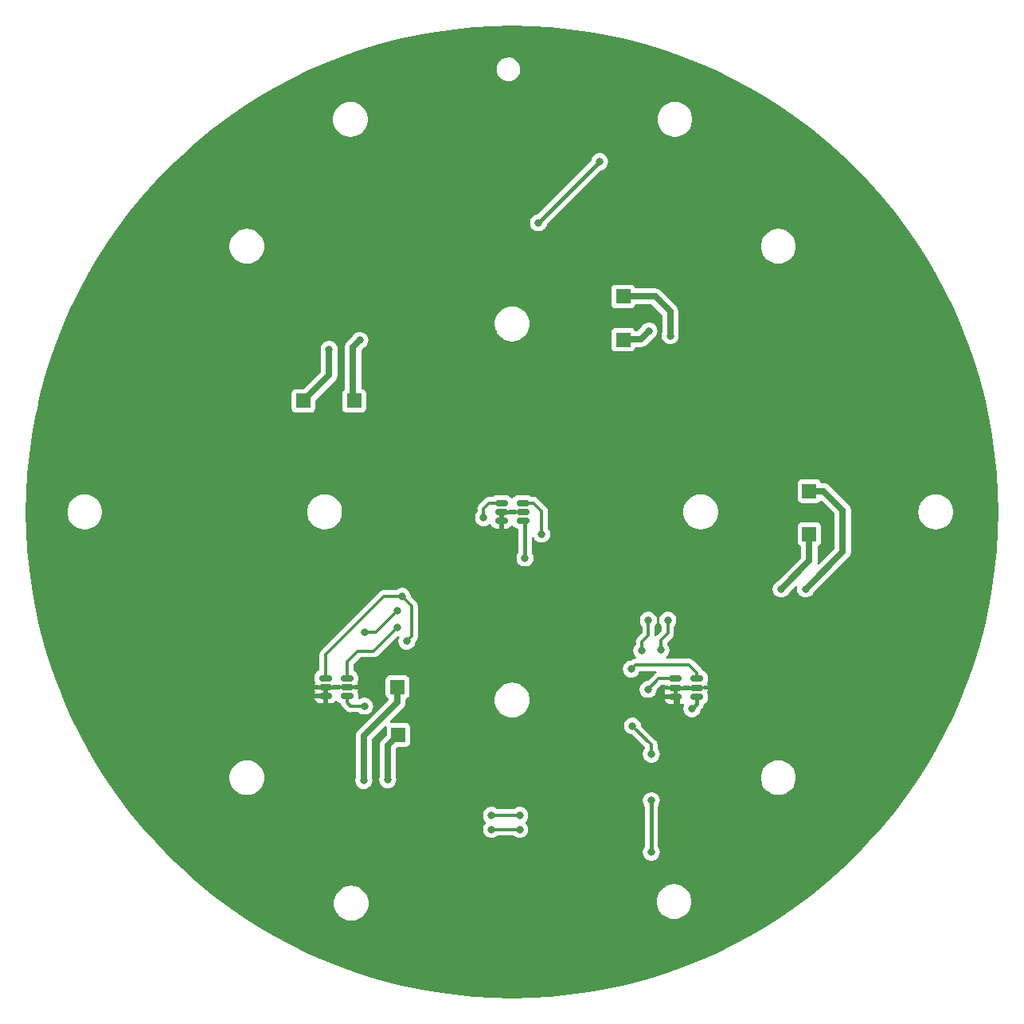
<source format=gtl>
%TF.GenerationSoftware,KiCad,Pcbnew,7.0.9*%
%TF.CreationDate,2024-01-26T12:36:02+01:00*%
%TF.ProjectId,maglev26,6d61676c-6576-4323-962e-6b696361645f,1.0*%
%TF.SameCoordinates,Original*%
%TF.FileFunction,Copper,L1,Top*%
%TF.FilePolarity,Positive*%
%FSLAX46Y46*%
G04 Gerber Fmt 4.6, Leading zero omitted, Abs format (unit mm)*
G04 Created by KiCad (PCBNEW 7.0.9) date 2024-01-26 12:36:02*
%MOMM*%
%LPD*%
G01*
G04 APERTURE LIST*
G04 Aperture macros list*
%AMRoundRect*
0 Rectangle with rounded corners*
0 $1 Rounding radius*
0 $2 $3 $4 $5 $6 $7 $8 $9 X,Y pos of 4 corners*
0 Add a 4 corners polygon primitive as box body*
4,1,4,$2,$3,$4,$5,$6,$7,$8,$9,$2,$3,0*
0 Add four circle primitives for the rounded corners*
1,1,$1+$1,$2,$3*
1,1,$1+$1,$4,$5*
1,1,$1+$1,$6,$7*
1,1,$1+$1,$8,$9*
0 Add four rect primitives between the rounded corners*
20,1,$1+$1,$2,$3,$4,$5,0*
20,1,$1+$1,$4,$5,$6,$7,0*
20,1,$1+$1,$6,$7,$8,$9,0*
20,1,$1+$1,$8,$9,$2,$3,0*%
G04 Aperture macros list end*
%TA.AperFunction,SMDPad,CuDef*%
%ADD10R,1.500000X1.500000*%
%TD*%
%TA.AperFunction,SMDPad,CuDef*%
%ADD11RoundRect,0.150000X-0.512500X-0.150000X0.512500X-0.150000X0.512500X0.150000X-0.512500X0.150000X0*%
%TD*%
%TA.AperFunction,ViaPad*%
%ADD12C,0.800000*%
%TD*%
%TA.AperFunction,Conductor*%
%ADD13C,0.400000*%
%TD*%
%TA.AperFunction,Conductor*%
%ADD14C,0.300000*%
%TD*%
%TA.AperFunction,Conductor*%
%ADD15C,0.700000*%
%TD*%
%TA.AperFunction,Conductor*%
%ADD16C,1.000000*%
%TD*%
G04 APERTURE END LIST*
D10*
X134112000Y-122936000D03*
X124000000Y-87440400D03*
X177800000Y-97028000D03*
D11*
X126370500Y-116906000D03*
X126370500Y-117856000D03*
X126370500Y-118806000D03*
X128645500Y-118806000D03*
X128645500Y-117856000D03*
X128645500Y-116906000D03*
X163576000Y-116972000D03*
X163576000Y-117922000D03*
X163576000Y-118872000D03*
X165851000Y-118872000D03*
X165851000Y-117922000D03*
X165851000Y-116972000D03*
D10*
X177800000Y-101600000D03*
X158000000Y-76340400D03*
X134000000Y-117856000D03*
X158000000Y-80940400D03*
X129400000Y-87440400D03*
D11*
X145063640Y-98300000D03*
X145063640Y-99250000D03*
X145063640Y-100200000D03*
X147338640Y-100200000D03*
X147338640Y-99250000D03*
X147338640Y-98300000D03*
D12*
X186900000Y-113740400D03*
X179451000Y-115441400D03*
X170400000Y-88740400D03*
X139400000Y-60940400D03*
X124574002Y-131331000D03*
X133604000Y-68834000D03*
X174900000Y-88740400D03*
X182500000Y-113740400D03*
X161544000Y-72263000D03*
X130048000Y-121412000D03*
X136500000Y-56440400D03*
X117000000Y-89040400D03*
X152500000Y-51940400D03*
X149224998Y-107315000D03*
X153210000Y-68890400D03*
X152500000Y-60940400D03*
X126200000Y-123740400D03*
X144272000Y-104648000D03*
X139400000Y-51940400D03*
X142500000Y-56440400D03*
X132080000Y-115570000D03*
X134620000Y-146050000D03*
X163779200Y-120142000D03*
X149860006Y-141977150D03*
X149500000Y-56440400D03*
X141732000Y-68961000D03*
X120500000Y-89040400D03*
X130500000Y-119888000D03*
X130500000Y-112000000D03*
X134000000Y-109728000D03*
X161000000Y-129940400D03*
X161000000Y-135440400D03*
X165316200Y-120179800D03*
X147574000Y-104140000D03*
X155500000Y-62000000D03*
X149000000Y-68500000D03*
X130429000Y-127787400D03*
X132969000Y-127736600D03*
X126746000Y-81940400D03*
X130000000Y-81000000D03*
X174802800Y-107440400D03*
X177393600Y-107440400D03*
X160750000Y-80000000D03*
X163000000Y-80500000D03*
X144000000Y-133000000D03*
X162749990Y-110750000D03*
X147000000Y-133000000D03*
X162000000Y-113940400D03*
X160680000Y-110760400D03*
X159000000Y-122000000D03*
X160000000Y-114000000D03*
X161000000Y-125000000D03*
X144000000Y-131500000D03*
X147000000Y-131500000D03*
X134000000Y-111506000D03*
X158877000Y-115951000D03*
X149336000Y-101599994D03*
X143154400Y-99845600D03*
X160655000Y-118110000D03*
X135000004Y-113000000D03*
X134500000Y-108203996D03*
D13*
X163779200Y-120142000D02*
X163779200Y-119075200D01*
D14*
X145063640Y-103856360D02*
X144272000Y-104648000D01*
X145063640Y-100200000D02*
X145063640Y-103856360D01*
X145063640Y-99250000D02*
X147338640Y-99250000D01*
D13*
X163576000Y-118872000D02*
X163576000Y-117922000D01*
D14*
X145063640Y-100200000D02*
X145063640Y-99250000D01*
D13*
X163779200Y-119075200D02*
X163576000Y-118872000D01*
X163576000Y-117922000D02*
X165851000Y-117922000D01*
D14*
X131728000Y-112000000D02*
X134000000Y-109728000D01*
X129032000Y-119888000D02*
X130500000Y-119888000D01*
X130500000Y-112000000D02*
X131728000Y-112000000D01*
D13*
X161000000Y-135440400D02*
X161000000Y-129940400D01*
D14*
X128645500Y-118806000D02*
X128645500Y-119501500D01*
X128645500Y-119501500D02*
X129032000Y-119888000D01*
X147574000Y-100435360D02*
X147338640Y-100200000D01*
D13*
X147574000Y-104140000D02*
X147574000Y-100435360D01*
X165316200Y-120179800D02*
X165851000Y-119645000D01*
X165851000Y-119645000D02*
X165851000Y-118872000D01*
X128645500Y-118806000D02*
X128651500Y-118800000D01*
X149000000Y-68500000D02*
X155500000Y-62000000D01*
D15*
X130429000Y-127787400D02*
X130429000Y-123063000D01*
X134000000Y-119492000D02*
X134000000Y-117856000D01*
X130429000Y-123063000D02*
X134000000Y-119492000D01*
X132969000Y-124079000D02*
X134112000Y-122936000D01*
X132969000Y-127736600D02*
X132969000Y-124079000D01*
X126746000Y-84694400D02*
X124000000Y-87440400D01*
X126746000Y-81940400D02*
X126746000Y-84694400D01*
D16*
X129286000Y-87326400D02*
X129400000Y-87440400D01*
D15*
X130000000Y-81000000D02*
X129286000Y-81714000D01*
X129286000Y-81714000D02*
X129286000Y-87326400D01*
X174802800Y-107440400D02*
X177800000Y-104443200D01*
X177800000Y-104443200D02*
X177800000Y-101600000D01*
X177393600Y-107440400D02*
X181356000Y-103478000D01*
X179324000Y-97028000D02*
X177800000Y-97028000D01*
X181356000Y-99060000D02*
X179324000Y-97028000D01*
X181356000Y-103478000D02*
X181356000Y-99060000D01*
X160750000Y-80000000D02*
X159902800Y-80847200D01*
X159902800Y-80847200D02*
X158106800Y-80847200D01*
D16*
X158106800Y-80847200D02*
X158000000Y-80740400D01*
D15*
X161400000Y-76340400D02*
X158000000Y-76340400D01*
X163000000Y-80500000D02*
X163000000Y-77940400D01*
X163000000Y-77940400D02*
X161400000Y-76340400D01*
D14*
X162000000Y-113940400D02*
X162000000Y-112862495D01*
X162749990Y-112112505D02*
X162749990Y-110750000D01*
X162000000Y-112862495D02*
X162749990Y-112112505D01*
X147000000Y-133000000D02*
X144000000Y-133000000D01*
X160680000Y-112370000D02*
X160000000Y-113050000D01*
X161000000Y-125000000D02*
X161000000Y-124000000D01*
X161000000Y-124000000D02*
X159000000Y-122000000D01*
X144000000Y-131500000D02*
X147000000Y-131500000D01*
X160680000Y-110760400D02*
X160680000Y-112370000D01*
X160000000Y-113050000D02*
X160000000Y-114000000D01*
X131460000Y-114046000D02*
X134000000Y-111506000D01*
X165851000Y-116351000D02*
X165851000Y-116972000D01*
X165000000Y-115500000D02*
X165851000Y-116351000D01*
X147338640Y-98300000D02*
X148465000Y-98300000D01*
X158877000Y-115951000D02*
X159328000Y-115500000D01*
X149336000Y-99171000D02*
X149336000Y-101599994D01*
X128645500Y-115194500D02*
X129794000Y-114046000D01*
X128645500Y-116906000D02*
X128645500Y-115194500D01*
X148465000Y-98300000D02*
X149336000Y-99171000D01*
X159328000Y-115500000D02*
X165000000Y-115500000D01*
X129794000Y-114046000D02*
X131460000Y-114046000D01*
X143154400Y-98907600D02*
X143762000Y-98300000D01*
X143154400Y-99845600D02*
X143154400Y-98907600D01*
X135500000Y-109203996D02*
X135500000Y-112500004D01*
X126370500Y-114421500D02*
X132588004Y-108203996D01*
X135500000Y-112500004D02*
X135000004Y-113000000D01*
X134500000Y-108203996D02*
X135500000Y-109203996D01*
X163576000Y-116972000D02*
X161793000Y-116972000D01*
X143762000Y-98300000D02*
X145063640Y-98300000D01*
X161793000Y-116972000D02*
X160655000Y-118110000D01*
X132588004Y-108203996D02*
X134500000Y-108203996D01*
X126370500Y-116906000D02*
X126370500Y-114421500D01*
%TA.AperFunction,Conductor*%
G36*
X148212213Y-47590358D02*
G01*
X150238796Y-47709872D01*
X152259125Y-47908857D01*
X154270084Y-48187007D01*
X156268572Y-48543891D01*
X158251509Y-48978961D01*
X160215836Y-49491546D01*
X162158524Y-50080854D01*
X164076579Y-50745977D01*
X165967042Y-51485890D01*
X167826999Y-52299452D01*
X169653582Y-53185408D01*
X171443974Y-54142393D01*
X173195415Y-55168930D01*
X174905203Y-56263437D01*
X176570704Y-57424226D01*
X178189348Y-58649507D01*
X179758639Y-59937393D01*
X181276159Y-61285893D01*
X182739567Y-62692933D01*
X184146607Y-64156341D01*
X185495107Y-65673861D01*
X186782993Y-67243152D01*
X188008274Y-68861796D01*
X189169063Y-70527297D01*
X190263570Y-72237085D01*
X191290107Y-73988526D01*
X192247092Y-75778918D01*
X193133048Y-77605501D01*
X193946610Y-79465458D01*
X194686523Y-81355921D01*
X195351646Y-83273976D01*
X195940954Y-85216664D01*
X196453539Y-87180991D01*
X196888609Y-89163928D01*
X197245493Y-91162416D01*
X197523643Y-93173375D01*
X197722628Y-95193704D01*
X197842142Y-97220287D01*
X197882000Y-99250000D01*
X197842142Y-101279713D01*
X197722628Y-103306296D01*
X197523643Y-105326625D01*
X197245493Y-107337584D01*
X196888609Y-109336072D01*
X196453539Y-111319009D01*
X195940954Y-113283336D01*
X195351646Y-115226024D01*
X194686523Y-117144079D01*
X193946610Y-119034542D01*
X193133048Y-120894499D01*
X192247092Y-122721082D01*
X191290107Y-124511474D01*
X190263570Y-126262915D01*
X189169063Y-127972703D01*
X188008274Y-129638204D01*
X186782993Y-131256848D01*
X185495107Y-132826139D01*
X184146607Y-134343659D01*
X182739567Y-135807067D01*
X181276159Y-137214107D01*
X179758639Y-138562607D01*
X178189348Y-139850493D01*
X176570704Y-141075774D01*
X174905203Y-142236563D01*
X173195415Y-143331070D01*
X171443974Y-144357607D01*
X169653582Y-145314592D01*
X167826999Y-146200548D01*
X165967042Y-147014110D01*
X164076579Y-147754023D01*
X162158524Y-148419146D01*
X160215836Y-149008454D01*
X158251509Y-149521039D01*
X156268572Y-149956109D01*
X154270084Y-150312993D01*
X152259125Y-150591143D01*
X150238796Y-150790128D01*
X148212213Y-150909642D01*
X146182500Y-150949500D01*
X144152787Y-150909642D01*
X142126204Y-150790128D01*
X140105875Y-150591143D01*
X138094916Y-150312993D01*
X136096428Y-149956109D01*
X134113491Y-149521039D01*
X132149164Y-149008454D01*
X130206476Y-148419146D01*
X128288421Y-147754023D01*
X126397958Y-147014110D01*
X124538001Y-146200548D01*
X122711418Y-145314592D01*
X120921026Y-144357607D01*
X119169585Y-143331070D01*
X117459797Y-142236563D01*
X115794296Y-141075774D01*
X115756751Y-141047353D01*
X127226525Y-141047353D01*
X127307400Y-141427844D01*
X127307402Y-141427849D01*
X127465618Y-141783204D01*
X127465620Y-141783209D01*
X127694259Y-142097904D01*
X127694265Y-142097911D01*
X127848255Y-142236563D01*
X127983337Y-142358191D01*
X128320213Y-142552687D01*
X128690165Y-142672891D01*
X128980046Y-142703359D01*
X128980051Y-142703359D01*
X129173999Y-142703359D01*
X129174004Y-142703359D01*
X129463885Y-142672891D01*
X129833837Y-142552687D01*
X130170713Y-142358191D01*
X130397162Y-142154295D01*
X130459784Y-142097911D01*
X130459785Y-142097908D01*
X130459789Y-142097906D01*
X130688432Y-141783206D01*
X130846649Y-141427845D01*
X130927525Y-141047354D01*
X130927525Y-140872651D01*
X161561536Y-140872651D01*
X161642411Y-141253142D01*
X161642413Y-141253147D01*
X161800629Y-141608502D01*
X161800631Y-141608507D01*
X162029270Y-141923202D01*
X162029276Y-141923209D01*
X162205123Y-142081541D01*
X162318348Y-142183489D01*
X162655224Y-142377985D01*
X163025176Y-142498189D01*
X163315057Y-142528657D01*
X163315062Y-142528657D01*
X163509010Y-142528657D01*
X163509015Y-142528657D01*
X163798896Y-142498189D01*
X164168848Y-142377985D01*
X164505724Y-142183489D01*
X164732173Y-141979593D01*
X164794795Y-141923209D01*
X164794796Y-141923206D01*
X164794800Y-141923204D01*
X165023443Y-141608504D01*
X165181660Y-141253143D01*
X165262536Y-140872652D01*
X165262536Y-140483662D01*
X165181660Y-140103171D01*
X165023443Y-139747811D01*
X165023440Y-139747807D01*
X165023440Y-139747806D01*
X164794801Y-139433111D01*
X164794795Y-139433104D01*
X164606423Y-139263495D01*
X164505724Y-139172825D01*
X164168848Y-138978329D01*
X164168847Y-138978328D01*
X164168846Y-138978328D01*
X163798897Y-138858125D01*
X163750582Y-138853047D01*
X163509015Y-138827657D01*
X163315057Y-138827657D01*
X163107999Y-138849419D01*
X163025174Y-138858125D01*
X162655225Y-138978328D01*
X162318349Y-139172824D01*
X162029276Y-139433104D01*
X162029270Y-139433111D01*
X161800632Y-139747804D01*
X161800629Y-139747808D01*
X161800629Y-139747810D01*
X161722847Y-139922512D01*
X161642411Y-140103173D01*
X161561536Y-140483662D01*
X161561536Y-140872651D01*
X130927525Y-140872651D01*
X130927525Y-140658364D01*
X130846649Y-140277873D01*
X130688432Y-139922513D01*
X130688429Y-139922509D01*
X130688429Y-139922508D01*
X130459790Y-139607813D01*
X130459784Y-139607806D01*
X130265756Y-139433104D01*
X130170713Y-139347527D01*
X129833837Y-139153031D01*
X129833836Y-139153030D01*
X129833835Y-139153030D01*
X129463886Y-139032827D01*
X129415571Y-139027749D01*
X129174004Y-139002359D01*
X128980046Y-139002359D01*
X128772988Y-139024121D01*
X128690163Y-139032827D01*
X128320214Y-139153030D01*
X127983338Y-139347526D01*
X127694265Y-139607806D01*
X127694259Y-139607813D01*
X127465621Y-139922506D01*
X127465618Y-139922510D01*
X127465618Y-139922512D01*
X127346955Y-140189032D01*
X127307400Y-140277875D01*
X127226525Y-140658364D01*
X127226525Y-141047353D01*
X115756751Y-141047353D01*
X114175652Y-139850493D01*
X112606361Y-138562607D01*
X111088841Y-137214107D01*
X109625433Y-135807067D01*
X109272889Y-135440400D01*
X160090240Y-135440400D01*
X160127092Y-135696710D01*
X160127092Y-135696711D01*
X160234658Y-135932249D01*
X160234660Y-135932251D01*
X160234661Y-135932253D01*
X160404234Y-136127951D01*
X160404236Y-136127952D01*
X160404238Y-136127954D01*
X160622069Y-136267946D01*
X160622072Y-136267947D01*
X160870527Y-136340900D01*
X160870528Y-136340900D01*
X161129472Y-136340900D01*
X161377928Y-136267947D01*
X161595766Y-136127951D01*
X161765339Y-135932253D01*
X161872908Y-135696709D01*
X161909760Y-135440400D01*
X161872908Y-135184091D01*
X161765339Y-134948547D01*
X161730786Y-134908671D01*
X161700500Y-134827469D01*
X161700500Y-130553330D01*
X161730787Y-130472127D01*
X161765339Y-130432253D01*
X161872908Y-130196709D01*
X161909760Y-129940400D01*
X161872908Y-129684091D01*
X161865581Y-129668046D01*
X161765341Y-129448550D01*
X161765339Y-129448548D01*
X161765339Y-129448547D01*
X161595766Y-129252849D01*
X161595763Y-129252847D01*
X161595761Y-129252845D01*
X161377930Y-129112853D01*
X161377927Y-129112852D01*
X161129473Y-129039900D01*
X161129472Y-129039900D01*
X160870528Y-129039900D01*
X160870527Y-129039900D01*
X160622072Y-129112852D01*
X160622069Y-129112853D01*
X160404238Y-129252845D01*
X160404236Y-129252847D01*
X160234661Y-129448547D01*
X160234658Y-129448550D01*
X160127092Y-129684088D01*
X160127092Y-129684089D01*
X160090240Y-129940400D01*
X160127092Y-130196710D01*
X160127092Y-130196711D01*
X160234658Y-130432249D01*
X160234661Y-130432253D01*
X160269212Y-130472127D01*
X160299500Y-130553330D01*
X160299500Y-134827469D01*
X160269213Y-134908672D01*
X160234662Y-134948545D01*
X160234660Y-134948548D01*
X160127091Y-135184090D01*
X160090240Y-135440400D01*
X109272889Y-135440400D01*
X108218393Y-134343659D01*
X107024390Y-133000000D01*
X143090240Y-133000000D01*
X143127092Y-133256310D01*
X143127092Y-133256311D01*
X143234658Y-133491849D01*
X143234660Y-133491851D01*
X143234661Y-133491853D01*
X143404234Y-133687551D01*
X143404236Y-133687552D01*
X143404238Y-133687554D01*
X143622069Y-133827546D01*
X143622072Y-133827547D01*
X143870527Y-133900500D01*
X143870528Y-133900500D01*
X144129472Y-133900500D01*
X144377928Y-133827547D01*
X144595766Y-133687551D01*
X144595770Y-133687545D01*
X144602466Y-133681745D01*
X144605918Y-133685729D01*
X144675625Y-133650818D01*
X144684499Y-133650500D01*
X146315501Y-133650500D01*
X146395790Y-133683757D01*
X146397534Y-133681745D01*
X146404232Y-133687549D01*
X146404234Y-133687551D01*
X146404236Y-133687552D01*
X146404238Y-133687554D01*
X146622069Y-133827546D01*
X146622072Y-133827547D01*
X146870527Y-133900500D01*
X146870528Y-133900500D01*
X147129472Y-133900500D01*
X147377928Y-133827547D01*
X147595766Y-133687551D01*
X147765339Y-133491853D01*
X147872908Y-133256309D01*
X147909760Y-133000000D01*
X147872908Y-132743691D01*
X147872907Y-132743688D01*
X147765341Y-132508150D01*
X147765339Y-132508148D01*
X147765339Y-132508147D01*
X147612014Y-132331200D01*
X147582044Y-132241154D01*
X147612013Y-132168800D01*
X147765339Y-131991853D01*
X147872908Y-131756309D01*
X147909760Y-131500000D01*
X147872908Y-131243691D01*
X147872907Y-131243688D01*
X147765341Y-131008150D01*
X147765339Y-131008148D01*
X147765339Y-131008147D01*
X147595766Y-130812449D01*
X147595763Y-130812447D01*
X147595761Y-130812445D01*
X147377930Y-130672453D01*
X147377927Y-130672452D01*
X147129473Y-130599500D01*
X147129472Y-130599500D01*
X146870528Y-130599500D01*
X146870527Y-130599500D01*
X146622072Y-130672452D01*
X146622069Y-130672453D01*
X146404238Y-130812445D01*
X146397534Y-130818255D01*
X146394081Y-130814270D01*
X146324375Y-130849182D01*
X146315501Y-130849500D01*
X144684499Y-130849500D01*
X144604209Y-130816242D01*
X144602466Y-130818255D01*
X144595761Y-130812445D01*
X144377930Y-130672453D01*
X144377927Y-130672452D01*
X144129473Y-130599500D01*
X144129472Y-130599500D01*
X143870528Y-130599500D01*
X143870527Y-130599500D01*
X143622072Y-130672452D01*
X143622069Y-130672453D01*
X143404238Y-130812445D01*
X143404236Y-130812447D01*
X143404234Y-130812448D01*
X143404234Y-130812449D01*
X143399203Y-130818255D01*
X143234661Y-131008147D01*
X143234658Y-131008150D01*
X143127092Y-131243688D01*
X143127092Y-131243689D01*
X143090240Y-131500000D01*
X143127092Y-131756310D01*
X143127092Y-131756311D01*
X143234658Y-131991849D01*
X143234660Y-131991851D01*
X143234661Y-131991853D01*
X143387984Y-132168797D01*
X143417955Y-132258846D01*
X143387984Y-132331202D01*
X143234661Y-132508147D01*
X143234658Y-132508150D01*
X143127092Y-132743688D01*
X143127092Y-132743689D01*
X143090240Y-133000000D01*
X107024390Y-133000000D01*
X106869893Y-132826139D01*
X105582007Y-131256848D01*
X104356726Y-129638204D01*
X103195937Y-127972703D01*
X103017844Y-127694494D01*
X116149500Y-127694494D01*
X116230375Y-128074985D01*
X116230377Y-128074990D01*
X116298704Y-128228453D01*
X116385836Y-128424154D01*
X116388593Y-128430345D01*
X116388595Y-128430350D01*
X116617234Y-128745045D01*
X116617240Y-128745052D01*
X116793087Y-128903384D01*
X116906312Y-129005332D01*
X117243188Y-129199828D01*
X117613140Y-129320032D01*
X117903021Y-129350500D01*
X117903026Y-129350500D01*
X118096974Y-129350500D01*
X118096979Y-129350500D01*
X118386860Y-129320032D01*
X118756812Y-129199828D01*
X119093688Y-129005332D01*
X119320137Y-128801436D01*
X119382759Y-128745052D01*
X119382760Y-128745049D01*
X119382764Y-128745047D01*
X119611407Y-128430347D01*
X119769624Y-128074986D01*
X119830752Y-127787400D01*
X129519240Y-127787400D01*
X129556092Y-128043710D01*
X129556092Y-128043711D01*
X129663658Y-128279249D01*
X129663660Y-128279251D01*
X129663661Y-128279253D01*
X129833234Y-128474951D01*
X129833236Y-128474952D01*
X129833238Y-128474954D01*
X130051069Y-128614946D01*
X130051072Y-128614947D01*
X130299527Y-128687900D01*
X130299528Y-128687900D01*
X130558472Y-128687900D01*
X130806928Y-128614947D01*
X131024766Y-128474951D01*
X131194339Y-128279253D01*
X131301908Y-128043709D01*
X131338760Y-127787400D01*
X131301908Y-127531091D01*
X131301907Y-127531089D01*
X131301906Y-127531084D01*
X131290706Y-127506560D01*
X131279500Y-127455049D01*
X131279500Y-123466650D01*
X131315819Y-123378969D01*
X132649819Y-122044969D01*
X132737500Y-122008650D01*
X132825181Y-122044969D01*
X132861500Y-122132650D01*
X132861500Y-122932349D01*
X132825181Y-123020030D01*
X132462857Y-123382354D01*
X132272354Y-123572855D01*
X132246018Y-123624542D01*
X132235854Y-123641127D01*
X132201754Y-123688063D01*
X132201752Y-123688067D01*
X132201752Y-123688068D01*
X132183823Y-123743245D01*
X132176381Y-123761210D01*
X132150042Y-123812905D01*
X132140967Y-123870204D01*
X132136425Y-123889123D01*
X132118501Y-123944288D01*
X132118500Y-123944296D01*
X132118500Y-127404249D01*
X132107294Y-127455760D01*
X132096093Y-127480284D01*
X132096091Y-127480292D01*
X132059240Y-127736600D01*
X132096092Y-127992910D01*
X132096092Y-127992911D01*
X132203658Y-128228449D01*
X132203660Y-128228451D01*
X132203661Y-128228453D01*
X132373234Y-128424151D01*
X132373236Y-128424152D01*
X132373238Y-128424154D01*
X132591069Y-128564146D01*
X132591072Y-128564147D01*
X132839527Y-128637100D01*
X132839528Y-128637100D01*
X133098472Y-128637100D01*
X133346928Y-128564147D01*
X133564766Y-128424151D01*
X133734339Y-128228453D01*
X133841908Y-127992909D01*
X133878760Y-127736600D01*
X133872706Y-127694494D01*
X172649500Y-127694494D01*
X172730375Y-128074985D01*
X172730377Y-128074990D01*
X172798704Y-128228453D01*
X172885836Y-128424154D01*
X172888593Y-128430345D01*
X172888595Y-128430350D01*
X173117234Y-128745045D01*
X173117240Y-128745052D01*
X173293087Y-128903384D01*
X173406312Y-129005332D01*
X173743188Y-129199828D01*
X174113140Y-129320032D01*
X174403021Y-129350500D01*
X174403026Y-129350500D01*
X174596974Y-129350500D01*
X174596979Y-129350500D01*
X174886860Y-129320032D01*
X175256812Y-129199828D01*
X175593688Y-129005332D01*
X175820137Y-128801436D01*
X175882759Y-128745052D01*
X175882760Y-128745049D01*
X175882764Y-128745047D01*
X176111407Y-128430347D01*
X176269624Y-128074986D01*
X176350500Y-127694495D01*
X176350500Y-127305505D01*
X176269624Y-126925014D01*
X176111407Y-126569654D01*
X176111404Y-126569650D01*
X176111404Y-126569649D01*
X175882765Y-126254954D01*
X175882759Y-126254947D01*
X175694387Y-126085338D01*
X175593688Y-125994668D01*
X175256812Y-125800172D01*
X175256811Y-125800171D01*
X175256810Y-125800171D01*
X174886861Y-125679968D01*
X174838546Y-125674890D01*
X174596979Y-125649500D01*
X174403021Y-125649500D01*
X174195963Y-125671262D01*
X174113138Y-125679968D01*
X173743189Y-125800171D01*
X173406313Y-125994667D01*
X173117240Y-126254947D01*
X173117234Y-126254954D01*
X172888596Y-126569647D01*
X172730375Y-126925016D01*
X172649500Y-127305505D01*
X172649500Y-127694494D01*
X133872706Y-127694494D01*
X133841908Y-127480291D01*
X133841907Y-127480289D01*
X133841906Y-127480284D01*
X133830706Y-127455760D01*
X133819500Y-127404249D01*
X133819500Y-124482649D01*
X133855818Y-124394969D01*
X134027969Y-124222817D01*
X134115650Y-124186499D01*
X134911290Y-124186499D01*
X134911292Y-124186499D01*
X135057285Y-124157460D01*
X135057286Y-124157459D01*
X135057287Y-124157459D01*
X135085066Y-124138897D01*
X135222840Y-124046840D01*
X135333460Y-123881285D01*
X135362500Y-123735293D01*
X135362499Y-122136708D01*
X135335307Y-122000000D01*
X158090240Y-122000000D01*
X158127092Y-122256310D01*
X158127092Y-122256311D01*
X158234658Y-122491849D01*
X158234660Y-122491851D01*
X158234661Y-122491853D01*
X158404234Y-122687551D01*
X158404236Y-122687552D01*
X158404238Y-122687554D01*
X158622069Y-122827546D01*
X158622072Y-122827547D01*
X158870527Y-122900500D01*
X158870528Y-122900500D01*
X158929192Y-122900500D01*
X159016873Y-122936819D01*
X160313181Y-124233127D01*
X160349500Y-124320808D01*
X160349500Y-124329366D01*
X160319213Y-124410567D01*
X160256755Y-124482649D01*
X160234661Y-124508147D01*
X160234658Y-124508150D01*
X160127092Y-124743688D01*
X160127092Y-124743689D01*
X160090240Y-125000000D01*
X160127092Y-125256310D01*
X160127092Y-125256311D01*
X160234658Y-125491849D01*
X160234660Y-125491851D01*
X160234661Y-125491853D01*
X160404234Y-125687551D01*
X160404236Y-125687552D01*
X160404238Y-125687554D01*
X160622069Y-125827546D01*
X160622072Y-125827547D01*
X160870527Y-125900500D01*
X160870528Y-125900500D01*
X161129472Y-125900500D01*
X161377928Y-125827547D01*
X161420525Y-125800172D01*
X161595761Y-125687554D01*
X161595760Y-125687554D01*
X161595766Y-125687551D01*
X161765339Y-125491853D01*
X161872908Y-125256309D01*
X161909760Y-125000000D01*
X161872908Y-124743691D01*
X161771566Y-124521782D01*
X161765341Y-124508150D01*
X161765339Y-124508148D01*
X161765339Y-124508147D01*
X161680786Y-124410567D01*
X161650500Y-124329366D01*
X161650500Y-124031101D01*
X161650736Y-124025694D01*
X161658021Y-123942431D01*
X161636386Y-123861687D01*
X161635215Y-123856404D01*
X161620700Y-123774086D01*
X161620700Y-123774084D01*
X161614330Y-123763052D01*
X161601943Y-123733145D01*
X161598648Y-123720845D01*
X161550696Y-123652363D01*
X161547794Y-123647807D01*
X161506001Y-123575419D01*
X161506000Y-123575418D01*
X161505999Y-123575416D01*
X161441956Y-123521677D01*
X161437972Y-123518026D01*
X159937232Y-122017286D01*
X159902175Y-121947253D01*
X159872908Y-121743691D01*
X159872907Y-121743688D01*
X159872906Y-121743684D01*
X159765341Y-121508150D01*
X159765339Y-121508148D01*
X159765339Y-121508147D01*
X159595766Y-121312449D01*
X159595763Y-121312447D01*
X159595761Y-121312445D01*
X159377930Y-121172453D01*
X159377927Y-121172452D01*
X159129473Y-121099500D01*
X159129472Y-121099500D01*
X158870528Y-121099500D01*
X158870527Y-121099500D01*
X158622072Y-121172452D01*
X158622069Y-121172453D01*
X158404238Y-121312445D01*
X158404236Y-121312447D01*
X158234661Y-121508147D01*
X158234658Y-121508150D01*
X158127092Y-121743688D01*
X158127092Y-121743689D01*
X158090240Y-122000000D01*
X135335307Y-122000000D01*
X135333460Y-121990715D01*
X135333459Y-121990714D01*
X135333459Y-121990712D01*
X135278024Y-121907748D01*
X135222840Y-121825160D01*
X135057285Y-121714540D01*
X135057283Y-121714539D01*
X135057280Y-121714538D01*
X134911296Y-121685500D01*
X133308649Y-121685500D01*
X133220968Y-121649181D01*
X133184649Y-121561500D01*
X133220966Y-121473821D01*
X134648728Y-120046061D01*
X134696646Y-119998143D01*
X134722983Y-119946450D01*
X134733138Y-119929877D01*
X134767248Y-119882932D01*
X134785175Y-119827753D01*
X134792619Y-119809782D01*
X134818957Y-119758095D01*
X134828033Y-119700788D01*
X134832573Y-119681881D01*
X134832756Y-119681320D01*
X134850501Y-119626706D01*
X134850501Y-119456384D01*
X144347975Y-119456384D01*
X144428850Y-119836875D01*
X144428852Y-119836880D01*
X144500652Y-119998143D01*
X144583697Y-120184665D01*
X144587068Y-120192235D01*
X144587070Y-120192240D01*
X144815709Y-120506935D01*
X144815715Y-120506942D01*
X144991562Y-120665274D01*
X145104787Y-120767222D01*
X145441663Y-120961718D01*
X145811615Y-121081922D01*
X146101496Y-121112390D01*
X146101501Y-121112390D01*
X146295449Y-121112390D01*
X146295454Y-121112390D01*
X146585335Y-121081922D01*
X146955287Y-120961718D01*
X147292163Y-120767222D01*
X147546185Y-120538500D01*
X147581234Y-120506942D01*
X147581235Y-120506939D01*
X147581239Y-120506937D01*
X147809882Y-120192237D01*
X147968099Y-119836876D01*
X148048975Y-119456385D01*
X148048975Y-119122000D01*
X162416638Y-119122000D01*
X162425962Y-119192826D01*
X162522838Y-119400576D01*
X162684923Y-119562661D01*
X162892674Y-119659537D01*
X162892673Y-119659537D01*
X162987327Y-119671998D01*
X162987345Y-119672000D01*
X163326000Y-119672000D01*
X163826000Y-119672000D01*
X164164655Y-119672000D01*
X164164672Y-119671998D01*
X164259324Y-119659537D01*
X164341229Y-119621344D01*
X164436044Y-119617204D01*
X164506017Y-119681320D01*
X164510157Y-119776135D01*
X164506430Y-119785237D01*
X164443291Y-119923491D01*
X164406440Y-120179800D01*
X164443292Y-120436110D01*
X164443292Y-120436111D01*
X164550858Y-120671649D01*
X164550860Y-120671651D01*
X164550861Y-120671653D01*
X164720434Y-120867351D01*
X164720436Y-120867352D01*
X164720438Y-120867354D01*
X164938269Y-121007346D01*
X164938272Y-121007347D01*
X165186727Y-121080300D01*
X165186728Y-121080300D01*
X165445672Y-121080300D01*
X165694128Y-121007347D01*
X165911966Y-120867351D01*
X166081539Y-120671653D01*
X166125427Y-120575552D01*
X166189106Y-120436115D01*
X166189106Y-120436111D01*
X166189108Y-120436109D01*
X166206501Y-120315130D01*
X166241556Y-120245099D01*
X166285866Y-120200789D01*
X166305720Y-120184667D01*
X166331996Y-120167501D01*
X166374710Y-120112620D01*
X166379802Y-120106854D01*
X166387372Y-120099285D01*
X166412685Y-120063831D01*
X166475590Y-119983011D01*
X166475592Y-119983003D01*
X166480480Y-119973973D01*
X166480705Y-119974095D01*
X166484741Y-119966255D01*
X166484511Y-119966143D01*
X166489023Y-119956912D01*
X166489022Y-119956912D01*
X166489024Y-119956911D01*
X166518243Y-119858765D01*
X166520791Y-119851345D01*
X166528887Y-119827760D01*
X166551500Y-119761893D01*
X166551500Y-119761887D01*
X166553192Y-119751755D01*
X166553442Y-119751796D01*
X166554713Y-119743076D01*
X166554461Y-119743045D01*
X166557003Y-119722651D01*
X166559910Y-119723013D01*
X166588450Y-119645148D01*
X166627278Y-119616745D01*
X166742367Y-119563079D01*
X166904579Y-119400867D01*
X167001528Y-119192959D01*
X167014000Y-119098224D01*
X167014000Y-118645776D01*
X167001528Y-118551041D01*
X166996613Y-118540501D01*
X166953858Y-118448811D01*
X166949718Y-118353996D01*
X166953858Y-118344001D01*
X167001037Y-118242826D01*
X167010362Y-118172000D01*
X166750726Y-118172000D01*
X166698321Y-118160382D01*
X166534460Y-118083972D01*
X166534459Y-118083971D01*
X166439734Y-118071501D01*
X166439729Y-118071500D01*
X166439724Y-118071500D01*
X165262276Y-118071500D01*
X165262270Y-118071500D01*
X165262265Y-118071501D01*
X165167540Y-118083971D01*
X165167539Y-118083972D01*
X165003679Y-118160382D01*
X164951274Y-118172000D01*
X163826000Y-118172000D01*
X163826000Y-119672000D01*
X163326000Y-119672000D01*
X163326000Y-119122000D01*
X162416638Y-119122000D01*
X148048975Y-119122000D01*
X148048975Y-119067395D01*
X147968099Y-118686904D01*
X147954024Y-118655292D01*
X147920394Y-118579758D01*
X147809882Y-118331544D01*
X147809879Y-118331540D01*
X147809879Y-118331539D01*
X147581240Y-118016844D01*
X147581234Y-118016837D01*
X147309868Y-117772500D01*
X147292163Y-117756558D01*
X146955287Y-117562062D01*
X146955286Y-117562061D01*
X146955285Y-117562061D01*
X146585336Y-117441858D01*
X146537021Y-117436780D01*
X146295454Y-117411390D01*
X146101496Y-117411390D01*
X145894438Y-117433152D01*
X145811613Y-117441858D01*
X145441664Y-117562061D01*
X145104788Y-117756557D01*
X144815715Y-118016837D01*
X144815709Y-118016844D01*
X144587071Y-118331537D01*
X144587068Y-118331541D01*
X144587068Y-118331543D01*
X144476545Y-118579782D01*
X144428850Y-118686906D01*
X144347975Y-119067395D01*
X144347975Y-119456384D01*
X134850501Y-119456384D01*
X134850501Y-119357294D01*
X134850501Y-119353130D01*
X134850500Y-119353112D01*
X134850500Y-119198078D01*
X134886819Y-119110397D01*
X134935036Y-119084625D01*
X134934004Y-119082133D01*
X134945285Y-119077460D01*
X134960348Y-119067395D01*
X135110840Y-118966840D01*
X135221460Y-118801285D01*
X135250500Y-118655293D01*
X135250499Y-117056708D01*
X135221460Y-116910715D01*
X135221459Y-116910714D01*
X135221459Y-116910712D01*
X135133148Y-116778547D01*
X135110840Y-116745160D01*
X134945285Y-116634540D01*
X134945283Y-116634539D01*
X134945280Y-116634538D01*
X134799296Y-116605500D01*
X133200710Y-116605500D01*
X133054712Y-116634540D01*
X132889160Y-116745160D01*
X132778540Y-116910715D01*
X132778538Y-116910719D01*
X132749500Y-117056702D01*
X132749500Y-118655289D01*
X132778540Y-118801287D01*
X132852286Y-118911655D01*
X132889160Y-118966840D01*
X133023221Y-119056416D01*
X133075947Y-119135327D01*
X133057432Y-119228409D01*
X133042011Y-119247199D01*
X129922858Y-122366353D01*
X129922857Y-122366354D01*
X129732354Y-122556855D01*
X129706018Y-122608542D01*
X129695854Y-122625127D01*
X129661754Y-122672063D01*
X129661752Y-122672067D01*
X129661752Y-122672068D01*
X129643823Y-122727245D01*
X129636381Y-122745210D01*
X129610042Y-122796905D01*
X129600967Y-122854204D01*
X129596425Y-122873123D01*
X129578501Y-122928288D01*
X129578500Y-122928296D01*
X129578500Y-127455049D01*
X129567294Y-127506560D01*
X129556093Y-127531084D01*
X129556091Y-127531092D01*
X129519240Y-127787400D01*
X119830752Y-127787400D01*
X119850500Y-127694495D01*
X119850500Y-127305505D01*
X119769624Y-126925014D01*
X119611407Y-126569654D01*
X119611404Y-126569650D01*
X119611404Y-126569649D01*
X119382765Y-126254954D01*
X119382759Y-126254947D01*
X119194387Y-126085338D01*
X119093688Y-125994668D01*
X118756812Y-125800172D01*
X118756811Y-125800171D01*
X118756810Y-125800171D01*
X118386861Y-125679968D01*
X118338546Y-125674890D01*
X118096979Y-125649500D01*
X117903021Y-125649500D01*
X117695963Y-125671262D01*
X117613138Y-125679968D01*
X117243189Y-125800171D01*
X116906313Y-125994667D01*
X116617240Y-126254947D01*
X116617234Y-126254954D01*
X116388596Y-126569647D01*
X116230375Y-126925016D01*
X116149500Y-127305505D01*
X116149500Y-127694494D01*
X103017844Y-127694494D01*
X102101430Y-126262915D01*
X101074893Y-124511474D01*
X100117908Y-122721082D01*
X99231952Y-120894499D01*
X98427776Y-119056000D01*
X125211138Y-119056000D01*
X125220462Y-119126826D01*
X125317338Y-119334576D01*
X125479423Y-119496661D01*
X125687174Y-119593537D01*
X125687173Y-119593537D01*
X125781827Y-119605998D01*
X125781845Y-119606000D01*
X126120500Y-119606000D01*
X126620500Y-119606000D01*
X126959155Y-119606000D01*
X126959172Y-119605998D01*
X127053826Y-119593537D01*
X127261576Y-119496661D01*
X127419965Y-119338273D01*
X127507646Y-119301954D01*
X127595327Y-119338273D01*
X127754133Y-119497079D01*
X127946292Y-119586684D01*
X128010410Y-119656655D01*
X128016004Y-119677533D01*
X128024800Y-119727416D01*
X128031167Y-119738444D01*
X128043554Y-119768350D01*
X128046850Y-119780650D01*
X128046850Y-119780652D01*
X128094796Y-119849126D01*
X128097703Y-119853689D01*
X128139500Y-119926082D01*
X128139503Y-119926086D01*
X128203537Y-119979817D01*
X128207515Y-119983461D01*
X128391556Y-120167501D01*
X128550022Y-120325967D01*
X128553678Y-120329957D01*
X128595545Y-120379852D01*
X128607416Y-120393999D01*
X128679834Y-120435808D01*
X128684366Y-120438696D01*
X128752846Y-120486648D01*
X128765144Y-120489943D01*
X128795050Y-120502330D01*
X128803027Y-120506935D01*
X128806084Y-120508700D01*
X128888406Y-120523215D01*
X128893671Y-120524382D01*
X128974431Y-120546022D01*
X129057711Y-120538735D01*
X129063113Y-120538500D01*
X129815501Y-120538500D01*
X129895790Y-120571757D01*
X129897534Y-120569745D01*
X129904232Y-120575549D01*
X129904234Y-120575551D01*
X129904236Y-120575552D01*
X129904238Y-120575554D01*
X130122069Y-120715546D01*
X130122072Y-120715547D01*
X130370527Y-120788500D01*
X130370528Y-120788500D01*
X130629472Y-120788500D01*
X130877928Y-120715547D01*
X130946229Y-120671653D01*
X131095761Y-120575554D01*
X131095760Y-120575554D01*
X131095766Y-120575551D01*
X131265339Y-120379853D01*
X131372908Y-120144309D01*
X131409760Y-119888000D01*
X131372908Y-119631691D01*
X131372907Y-119631688D01*
X131265341Y-119396150D01*
X131265339Y-119396148D01*
X131265339Y-119396147D01*
X131095766Y-119200449D01*
X131095763Y-119200447D01*
X131095761Y-119200445D01*
X130877930Y-119060453D01*
X130877927Y-119060452D01*
X130629473Y-118987500D01*
X130629472Y-118987500D01*
X130370528Y-118987500D01*
X130370527Y-118987500D01*
X130122073Y-119060451D01*
X129999539Y-119139200D01*
X129906142Y-119156050D01*
X129828184Y-119101923D01*
X129808500Y-119034884D01*
X129808500Y-118579782D01*
X129808498Y-118579758D01*
X129796028Y-118485040D01*
X129796027Y-118485039D01*
X129748358Y-118382811D01*
X129744218Y-118287996D01*
X129748358Y-118278001D01*
X129795537Y-118176826D01*
X129804862Y-118106000D01*
X129545226Y-118106000D01*
X129492821Y-118094382D01*
X129328960Y-118017972D01*
X129328959Y-118017971D01*
X129234234Y-118005501D01*
X129234229Y-118005500D01*
X129234224Y-118005500D01*
X128056776Y-118005500D01*
X128056770Y-118005500D01*
X128056765Y-118005501D01*
X127962040Y-118017971D01*
X127962039Y-118017972D01*
X127798179Y-118094382D01*
X127745774Y-118106000D01*
X126620500Y-118106000D01*
X126620500Y-119606000D01*
X126120500Y-119606000D01*
X126120500Y-119056000D01*
X125211138Y-119056000D01*
X98427776Y-119056000D01*
X98418390Y-119034542D01*
X98231092Y-118555999D01*
X125211137Y-118555999D01*
X125211138Y-118556000D01*
X126120500Y-118556000D01*
X126120500Y-118106000D01*
X125211138Y-118106000D01*
X125220462Y-118176828D01*
X125220463Y-118176829D01*
X125267917Y-118278595D01*
X125272057Y-118373411D01*
X125267917Y-118383405D01*
X125220463Y-118485170D01*
X125220462Y-118485171D01*
X125211137Y-118555999D01*
X98231092Y-118555999D01*
X97678477Y-117144079D01*
X97674364Y-117132217D01*
X125207500Y-117132217D01*
X125207501Y-117132234D01*
X125219971Y-117226954D01*
X125219973Y-117226962D01*
X125267641Y-117329186D01*
X125271781Y-117424002D01*
X125267641Y-117433995D01*
X125220463Y-117535167D01*
X125220462Y-117535171D01*
X125211137Y-117605999D01*
X125211138Y-117606000D01*
X125470774Y-117606000D01*
X125523179Y-117617618D01*
X125687039Y-117694027D01*
X125687040Y-117694028D01*
X125705285Y-117696429D01*
X125781776Y-117706500D01*
X125781783Y-117706500D01*
X126959217Y-117706500D01*
X126959224Y-117706500D01*
X127053959Y-117694028D01*
X127216680Y-117618150D01*
X127217821Y-117617618D01*
X127270226Y-117606000D01*
X127745774Y-117606000D01*
X127798179Y-117617618D01*
X127962039Y-117694027D01*
X127962040Y-117694028D01*
X127980285Y-117696429D01*
X128056776Y-117706500D01*
X128056783Y-117706500D01*
X129234217Y-117706500D01*
X129234224Y-117706500D01*
X129328959Y-117694028D01*
X129491680Y-117618150D01*
X129492821Y-117617618D01*
X129545226Y-117606000D01*
X129804862Y-117606000D01*
X129804862Y-117605999D01*
X129795537Y-117535173D01*
X129748357Y-117433996D01*
X129744217Y-117339181D01*
X129748338Y-117329228D01*
X129796028Y-117226959D01*
X129808500Y-117132224D01*
X129808500Y-116679776D01*
X129796028Y-116585041D01*
X129699079Y-116377133D01*
X129536867Y-116214921D01*
X129470497Y-116183972D01*
X129367595Y-116135988D01*
X129303478Y-116066016D01*
X129296000Y-116023606D01*
X129296000Y-115951000D01*
X157967240Y-115951000D01*
X158004092Y-116207310D01*
X158004092Y-116207311D01*
X158111658Y-116442849D01*
X158111660Y-116442851D01*
X158111661Y-116442853D01*
X158281234Y-116638551D01*
X158281236Y-116638552D01*
X158281238Y-116638554D01*
X158499069Y-116778546D01*
X158499072Y-116778547D01*
X158747527Y-116851500D01*
X158747528Y-116851500D01*
X159006472Y-116851500D01*
X159254928Y-116778547D01*
X159305912Y-116745782D01*
X159453331Y-116651041D01*
X159472766Y-116638551D01*
X159642339Y-116442853D01*
X159657483Y-116409692D01*
X159742748Y-116222989D01*
X159812208Y-116158318D01*
X159855542Y-116150500D01*
X161438834Y-116150500D01*
X161526515Y-116186819D01*
X161562834Y-116274500D01*
X161526515Y-116362181D01*
X161509955Y-116376076D01*
X161445373Y-116421295D01*
X161440811Y-116424202D01*
X161368415Y-116466001D01*
X161368414Y-116466001D01*
X161314681Y-116530037D01*
X161311026Y-116534026D01*
X160671873Y-117173181D01*
X160584192Y-117209500D01*
X160525527Y-117209500D01*
X160277072Y-117282452D01*
X160277069Y-117282453D01*
X160059238Y-117422445D01*
X160059236Y-117422447D01*
X160059234Y-117422448D01*
X160059234Y-117422449D01*
X159904369Y-117601173D01*
X159889661Y-117618147D01*
X159889658Y-117618150D01*
X159782092Y-117853688D01*
X159782092Y-117853689D01*
X159745240Y-118110000D01*
X159782092Y-118366310D01*
X159782092Y-118366311D01*
X159889658Y-118601849D01*
X159889660Y-118601851D01*
X159889661Y-118601853D01*
X160059234Y-118797551D01*
X160059236Y-118797552D01*
X160059238Y-118797554D01*
X160277069Y-118937546D01*
X160277072Y-118937547D01*
X160525527Y-119010500D01*
X160525528Y-119010500D01*
X160784472Y-119010500D01*
X161032928Y-118937547D01*
X161250766Y-118797551D01*
X161402882Y-118621999D01*
X162416637Y-118621999D01*
X162416638Y-118622000D01*
X163326000Y-118622000D01*
X163326000Y-118172000D01*
X162416638Y-118172000D01*
X162425962Y-118242828D01*
X162425963Y-118242829D01*
X162473417Y-118344595D01*
X162477557Y-118439411D01*
X162473417Y-118449405D01*
X162425963Y-118551170D01*
X162425962Y-118551171D01*
X162416637Y-118621999D01*
X161402882Y-118621999D01*
X161420339Y-118601853D01*
X161420341Y-118601849D01*
X161527906Y-118366315D01*
X161527906Y-118366311D01*
X161527908Y-118366309D01*
X161557175Y-118162745D01*
X161592230Y-118092714D01*
X162026127Y-117658819D01*
X162113808Y-117622500D01*
X162317044Y-117622500D01*
X162404725Y-117658819D01*
X162410272Y-117664741D01*
X162416638Y-117672000D01*
X162676274Y-117672000D01*
X162728679Y-117683618D01*
X162885097Y-117756557D01*
X162892539Y-117760027D01*
X162892540Y-117760028D01*
X162910785Y-117762429D01*
X162987276Y-117772500D01*
X162987283Y-117772500D01*
X164164717Y-117772500D01*
X164164724Y-117772500D01*
X164259459Y-117760028D01*
X164423321Y-117683618D01*
X164475726Y-117672000D01*
X164951274Y-117672000D01*
X165003679Y-117683618D01*
X165160097Y-117756557D01*
X165167539Y-117760027D01*
X165167540Y-117760028D01*
X165185785Y-117762429D01*
X165262276Y-117772500D01*
X165262283Y-117772500D01*
X166439717Y-117772500D01*
X166439724Y-117772500D01*
X166534459Y-117760028D01*
X166698321Y-117683618D01*
X166750726Y-117672000D01*
X167010362Y-117672000D01*
X167010362Y-117671999D01*
X167001037Y-117601173D01*
X166953857Y-117499996D01*
X166949717Y-117405181D01*
X166953838Y-117395228D01*
X167001528Y-117292959D01*
X167014000Y-117198224D01*
X167014000Y-116745776D01*
X167001528Y-116651041D01*
X166904579Y-116443133D01*
X166742367Y-116280921D01*
X166618131Y-116222989D01*
X166530537Y-116182143D01*
X166475554Y-116131760D01*
X166465330Y-116114051D01*
X166452943Y-116084144D01*
X166449648Y-116071846D01*
X166401701Y-116003371D01*
X166398795Y-115998808D01*
X166357001Y-115926419D01*
X166357000Y-115926418D01*
X166356999Y-115926416D01*
X166292956Y-115872677D01*
X166288972Y-115869026D01*
X165481971Y-115062025D01*
X165478315Y-115058035D01*
X165424582Y-114993999D01*
X165424581Y-114993998D01*
X165352189Y-114952203D01*
X165347632Y-114949300D01*
X165279154Y-114901352D01*
X165279153Y-114901351D01*
X165279151Y-114901350D01*
X165266850Y-114898054D01*
X165236944Y-114885667D01*
X165225916Y-114879300D01*
X165143597Y-114864784D01*
X165138315Y-114863613D01*
X165057567Y-114841977D01*
X164987651Y-114848095D01*
X164974288Y-114849264D01*
X164968887Y-114849500D01*
X162672542Y-114849500D01*
X162584861Y-114813181D01*
X162548542Y-114725500D01*
X162584861Y-114637819D01*
X162591336Y-114631790D01*
X162595759Y-114627955D01*
X162595766Y-114627951D01*
X162765339Y-114432253D01*
X162872908Y-114196709D01*
X162909760Y-113940400D01*
X162872908Y-113684091D01*
X162872907Y-113684088D01*
X162765341Y-113448550D01*
X162765339Y-113448548D01*
X162765339Y-113448547D01*
X162680786Y-113350967D01*
X162650500Y-113269766D01*
X162650500Y-113183302D01*
X162686818Y-113095622D01*
X163187985Y-112594454D01*
X163191934Y-112590835D01*
X163255989Y-112537089D01*
X163297803Y-112464662D01*
X163300678Y-112460150D01*
X163348638Y-112391659D01*
X163351933Y-112379358D01*
X163364324Y-112349447D01*
X163370688Y-112338425D01*
X163370688Y-112338423D01*
X163370690Y-112338421D01*
X163385205Y-112256097D01*
X163386370Y-112250837D01*
X163408012Y-112170074D01*
X163400725Y-112086793D01*
X163400490Y-112081391D01*
X163400490Y-111420633D01*
X163430776Y-111339431D01*
X163515329Y-111241853D01*
X163622898Y-111006309D01*
X163659750Y-110750000D01*
X163622898Y-110493691D01*
X163605312Y-110455182D01*
X163515331Y-110258150D01*
X163515329Y-110258148D01*
X163515329Y-110258147D01*
X163345756Y-110062449D01*
X163345753Y-110062447D01*
X163345751Y-110062445D01*
X163127920Y-109922453D01*
X163127917Y-109922452D01*
X162879463Y-109849500D01*
X162879462Y-109849500D01*
X162620518Y-109849500D01*
X162620517Y-109849500D01*
X162372062Y-109922452D01*
X162372059Y-109922453D01*
X162154228Y-110062445D01*
X162154226Y-110062447D01*
X162154224Y-110062448D01*
X162154224Y-110062449D01*
X162017833Y-110219853D01*
X161984651Y-110258147D01*
X161984648Y-110258150D01*
X161877082Y-110493688D01*
X161877082Y-110493689D01*
X161840230Y-110750000D01*
X161877082Y-111006310D01*
X161877082Y-111006311D01*
X161984648Y-111241849D01*
X161984650Y-111241851D01*
X161984651Y-111241853D01*
X162069203Y-111339431D01*
X162099490Y-111420633D01*
X162099490Y-111791696D01*
X162063171Y-111879377D01*
X161562024Y-112380523D01*
X161558035Y-112384178D01*
X161534207Y-112404173D01*
X161443695Y-112432713D01*
X161359512Y-112388892D01*
X161330500Y-112309185D01*
X161330500Y-111431033D01*
X161360786Y-111349831D01*
X161445339Y-111252253D01*
X161552908Y-111016709D01*
X161589760Y-110760400D01*
X161552908Y-110504091D01*
X161552907Y-110504088D01*
X161445341Y-110268550D01*
X161445339Y-110268548D01*
X161445339Y-110268547D01*
X161275766Y-110072849D01*
X161275763Y-110072847D01*
X161275761Y-110072845D01*
X161057930Y-109932853D01*
X161057927Y-109932852D01*
X160809473Y-109859900D01*
X160809472Y-109859900D01*
X160550528Y-109859900D01*
X160550527Y-109859900D01*
X160302072Y-109932852D01*
X160302069Y-109932853D01*
X160084238Y-110072845D01*
X160084236Y-110072847D01*
X159914661Y-110268547D01*
X159914658Y-110268550D01*
X159807092Y-110504088D01*
X159807092Y-110504089D01*
X159770240Y-110760400D01*
X159807092Y-111016710D01*
X159807092Y-111016711D01*
X159914658Y-111252249D01*
X159914660Y-111252251D01*
X159914661Y-111252253D01*
X159999213Y-111349831D01*
X160029500Y-111431033D01*
X160029500Y-112049191D01*
X159993181Y-112136872D01*
X159562024Y-112568028D01*
X159558035Y-112571684D01*
X159494001Y-112625415D01*
X159452202Y-112697811D01*
X159449295Y-112702373D01*
X159401352Y-112770845D01*
X159401350Y-112770848D01*
X159398054Y-112783151D01*
X159385672Y-112813045D01*
X159379300Y-112824081D01*
X159364783Y-112906404D01*
X159363612Y-112911684D01*
X159341977Y-112992430D01*
X159349264Y-113075706D01*
X159349500Y-113081113D01*
X159349500Y-113329366D01*
X159319213Y-113410567D01*
X159286302Y-113448550D01*
X159234661Y-113508147D01*
X159234658Y-113508150D01*
X159127092Y-113743688D01*
X159127092Y-113743689D01*
X159090240Y-114000000D01*
X159127092Y-114256310D01*
X159127092Y-114256311D01*
X159234658Y-114491849D01*
X159234661Y-114491853D01*
X159352590Y-114627951D01*
X159360131Y-114636653D01*
X159390102Y-114726702D01*
X159347621Y-114811569D01*
X159277227Y-114841384D01*
X159270429Y-114841978D01*
X159189691Y-114863611D01*
X159184410Y-114864782D01*
X159102082Y-114879300D01*
X159091045Y-114885672D01*
X159061149Y-114898054D01*
X159048847Y-114901350D01*
X159048846Y-114901350D01*
X158980372Y-114949295D01*
X158975811Y-114952201D01*
X158903415Y-114994001D01*
X158893175Y-115006205D01*
X158808993Y-115050028D01*
X158798185Y-115050500D01*
X158747527Y-115050500D01*
X158499072Y-115123452D01*
X158499069Y-115123453D01*
X158281238Y-115263445D01*
X158281236Y-115263447D01*
X158111661Y-115459147D01*
X158111658Y-115459150D01*
X158004092Y-115694688D01*
X158004092Y-115694689D01*
X157967240Y-115951000D01*
X129296000Y-115951000D01*
X129296000Y-115515308D01*
X129332319Y-115427627D01*
X130027127Y-114732819D01*
X130114808Y-114696500D01*
X131428890Y-114696500D01*
X131434293Y-114696735D01*
X131517569Y-114704022D01*
X131517569Y-114704021D01*
X131517570Y-114704022D01*
X131545641Y-114696500D01*
X131598332Y-114682380D01*
X131603592Y-114681215D01*
X131685916Y-114666700D01*
X131685918Y-114666698D01*
X131685920Y-114666698D01*
X131696942Y-114660334D01*
X131726853Y-114647943D01*
X131739154Y-114644648D01*
X131807645Y-114596688D01*
X131812157Y-114593813D01*
X131884584Y-114551999D01*
X131938332Y-114487942D01*
X131941951Y-114483993D01*
X133983127Y-112442819D01*
X134070808Y-112406500D01*
X134088138Y-112406500D01*
X134175819Y-112442819D01*
X134212138Y-112530500D01*
X134200932Y-112582012D01*
X134127095Y-112743690D01*
X134090244Y-113000000D01*
X134127096Y-113256310D01*
X134127096Y-113256311D01*
X134234662Y-113491849D01*
X134234664Y-113491851D01*
X134234665Y-113491853D01*
X134404238Y-113687551D01*
X134404240Y-113687552D01*
X134404242Y-113687554D01*
X134622073Y-113827546D01*
X134622076Y-113827547D01*
X134870531Y-113900500D01*
X134870532Y-113900500D01*
X135129476Y-113900500D01*
X135377932Y-113827547D01*
X135380662Y-113825793D01*
X135595765Y-113687554D01*
X135595764Y-113687554D01*
X135595770Y-113687551D01*
X135765343Y-113491853D01*
X135818427Y-113375615D01*
X135872910Y-113256315D01*
X135872910Y-113256311D01*
X135872912Y-113256309D01*
X135902148Y-113052960D01*
X135945181Y-112975618D01*
X136005999Y-112924588D01*
X136047804Y-112852177D01*
X136050701Y-112847632D01*
X136098648Y-112779159D01*
X136101943Y-112766856D01*
X136114333Y-112736946D01*
X136120700Y-112725920D01*
X136135221Y-112643563D01*
X136136380Y-112638335D01*
X136158021Y-112557573D01*
X136150735Y-112474300D01*
X136150500Y-112468897D01*
X136150500Y-109235109D01*
X136150736Y-109229702D01*
X136158022Y-109146427D01*
X136136384Y-109065675D01*
X136135215Y-109060402D01*
X136120700Y-108978080D01*
X136119674Y-108976304D01*
X136114330Y-108967046D01*
X136101943Y-108937140D01*
X136098648Y-108924843D01*
X136098648Y-108924842D01*
X136050696Y-108856362D01*
X136047808Y-108851830D01*
X136005999Y-108779412D01*
X136005996Y-108779410D01*
X136005996Y-108779409D01*
X135941956Y-108725673D01*
X135937966Y-108722017D01*
X135437232Y-108221283D01*
X135402175Y-108151250D01*
X135372908Y-107947687D01*
X135372906Y-107947680D01*
X135265341Y-107712146D01*
X135265339Y-107712144D01*
X135265339Y-107712143D01*
X135095766Y-107516445D01*
X135095763Y-107516443D01*
X135095761Y-107516441D01*
X134977439Y-107440400D01*
X173893040Y-107440400D01*
X173929892Y-107696710D01*
X173929892Y-107696711D01*
X174037458Y-107932249D01*
X174037460Y-107932251D01*
X174037461Y-107932253D01*
X174207034Y-108127951D01*
X174207036Y-108127952D01*
X174207038Y-108127954D01*
X174424869Y-108267946D01*
X174424872Y-108267947D01*
X174673327Y-108340900D01*
X174673328Y-108340900D01*
X174932272Y-108340900D01*
X175180728Y-108267947D01*
X175398566Y-108127951D01*
X175568139Y-107932253D01*
X175604577Y-107852463D01*
X175629685Y-107816301D01*
X176300710Y-107145276D01*
X176388390Y-107108958D01*
X176476071Y-107145277D01*
X176512390Y-107232958D01*
X176511128Y-107250605D01*
X176483840Y-107440399D01*
X176520692Y-107696710D01*
X176520692Y-107696711D01*
X176628258Y-107932249D01*
X176628260Y-107932251D01*
X176628261Y-107932253D01*
X176797834Y-108127951D01*
X176797836Y-108127952D01*
X176797838Y-108127954D01*
X177015669Y-108267946D01*
X177015672Y-108267947D01*
X177264127Y-108340900D01*
X177264128Y-108340900D01*
X177523072Y-108340900D01*
X177771528Y-108267947D01*
X177989366Y-108127951D01*
X178158939Y-107932253D01*
X178195377Y-107852463D01*
X178220485Y-107816301D01*
X181851933Y-104184854D01*
X181851938Y-104184850D01*
X181862141Y-104174646D01*
X181862143Y-104174646D01*
X182052646Y-103984143D01*
X182078983Y-103932451D01*
X182089145Y-103915868D01*
X182123248Y-103868932D01*
X182141173Y-103813761D01*
X182148619Y-103795785D01*
X182174957Y-103744095D01*
X182184032Y-103686785D01*
X182188574Y-103667873D01*
X182206500Y-103612706D01*
X182206500Y-103343294D01*
X182206500Y-99444495D01*
X189399500Y-99444495D01*
X189411298Y-99500000D01*
X189480375Y-99824985D01*
X189480377Y-99824990D01*
X189546622Y-99973776D01*
X189603671Y-100101911D01*
X189638593Y-100180345D01*
X189638595Y-100180350D01*
X189867234Y-100495045D01*
X189867240Y-100495052D01*
X190002503Y-100616842D01*
X190156312Y-100755332D01*
X190493188Y-100949828D01*
X190863140Y-101070032D01*
X191153021Y-101100500D01*
X191153026Y-101100500D01*
X191346974Y-101100500D01*
X191346979Y-101100500D01*
X191636860Y-101070032D01*
X192006812Y-100949828D01*
X192343688Y-100755332D01*
X192590445Y-100533151D01*
X192632759Y-100495052D01*
X192632760Y-100495049D01*
X192632764Y-100495047D01*
X192861407Y-100180347D01*
X193019624Y-99824986D01*
X193100500Y-99444495D01*
X193100500Y-99055505D01*
X193019624Y-98675014D01*
X192861407Y-98319654D01*
X192861404Y-98319650D01*
X192861404Y-98319649D01*
X192632765Y-98004954D01*
X192632759Y-98004947D01*
X192409241Y-97803692D01*
X192343688Y-97744668D01*
X192006812Y-97550172D01*
X192006811Y-97550171D01*
X192006810Y-97550171D01*
X191636861Y-97429968D01*
X191588546Y-97424890D01*
X191346979Y-97399500D01*
X191153021Y-97399500D01*
X190945963Y-97421262D01*
X190863138Y-97429968D01*
X190493189Y-97550171D01*
X190156313Y-97744667D01*
X189867240Y-98004947D01*
X189867234Y-98004954D01*
X189638596Y-98319647D01*
X189638593Y-98319651D01*
X189638593Y-98319653D01*
X189589783Y-98429283D01*
X189480375Y-98675016D01*
X189413845Y-98988016D01*
X189399500Y-99055505D01*
X189399500Y-99444495D01*
X182206500Y-99444495D01*
X182206500Y-98993061D01*
X182206500Y-98925294D01*
X182188573Y-98870122D01*
X182184031Y-98851203D01*
X182174957Y-98793905D01*
X182174956Y-98793903D01*
X182174956Y-98793902D01*
X182148619Y-98742214D01*
X182141173Y-98724236D01*
X182123248Y-98669068D01*
X182102674Y-98640751D01*
X182089147Y-98622133D01*
X182078981Y-98605543D01*
X182052646Y-98553857D01*
X182052642Y-98553853D01*
X182052641Y-98553851D01*
X181859822Y-98361032D01*
X181859799Y-98361011D01*
X180027716Y-96528928D01*
X180027714Y-96528925D01*
X179830148Y-96331358D01*
X179830144Y-96331355D01*
X179830143Y-96331354D01*
X179827612Y-96330064D01*
X179778455Y-96305017D01*
X179761865Y-96294851D01*
X179714931Y-96260751D01*
X179659754Y-96242822D01*
X179641781Y-96235377D01*
X179590097Y-96209043D01*
X179590093Y-96209042D01*
X179532796Y-96199967D01*
X179513877Y-96195425D01*
X179458711Y-96177501D01*
X179458707Y-96177500D01*
X179458706Y-96177500D01*
X179458705Y-96177500D01*
X179142078Y-96177500D01*
X179054397Y-96141181D01*
X179028625Y-96092963D01*
X179026133Y-96093996D01*
X179021460Y-96082714D01*
X178977151Y-96016402D01*
X178910840Y-95917160D01*
X178745285Y-95806540D01*
X178745283Y-95806539D01*
X178745280Y-95806538D01*
X178599296Y-95777500D01*
X177000710Y-95777500D01*
X176854712Y-95806540D01*
X176689160Y-95917160D01*
X176578540Y-96082715D01*
X176578538Y-96082719D01*
X176549500Y-96228702D01*
X176549500Y-97827289D01*
X176578540Y-97973287D01*
X176652286Y-98083655D01*
X176689160Y-98138840D01*
X176854715Y-98249460D01*
X176854718Y-98249460D01*
X176854719Y-98249461D01*
X176927711Y-98263980D01*
X177000707Y-98278500D01*
X178599292Y-98278499D01*
X178745285Y-98249460D01*
X178745286Y-98249459D01*
X178745287Y-98249459D01*
X178773066Y-98230897D01*
X178910840Y-98138840D01*
X178955556Y-98071916D01*
X179034467Y-98019191D01*
X179127549Y-98037706D01*
X179146339Y-98053127D01*
X180469181Y-99375969D01*
X180505500Y-99463650D01*
X180505500Y-103074349D01*
X180469181Y-103162030D01*
X178831797Y-104799414D01*
X178744116Y-104835733D01*
X178656435Y-104799414D01*
X178620116Y-104711733D01*
X178621642Y-104692339D01*
X178628032Y-104651988D01*
X178632574Y-104633073D01*
X178650500Y-104577906D01*
X178650500Y-104308494D01*
X178650500Y-102942078D01*
X178686819Y-102854397D01*
X178735036Y-102828625D01*
X178734004Y-102826133D01*
X178745285Y-102821460D01*
X178745286Y-102821459D01*
X178910840Y-102710840D01*
X179021460Y-102545285D01*
X179050500Y-102399293D01*
X179050499Y-100800708D01*
X179021460Y-100654715D01*
X179021459Y-100654714D01*
X179021459Y-100654712D01*
X178966024Y-100571748D01*
X178910840Y-100489160D01*
X178745285Y-100378540D01*
X178745283Y-100378539D01*
X178745280Y-100378538D01*
X178599296Y-100349500D01*
X177000710Y-100349500D01*
X176854712Y-100378540D01*
X176689160Y-100489160D01*
X176578540Y-100654715D01*
X176578538Y-100654719D01*
X176549500Y-100800702D01*
X176549500Y-102399289D01*
X176578540Y-102545287D01*
X176652286Y-102655655D01*
X176689160Y-102710840D01*
X176854715Y-102821460D01*
X176854719Y-102821460D01*
X176866001Y-102826135D01*
X176864305Y-102830227D01*
X176928598Y-102873181D01*
X176949500Y-102942078D01*
X176949500Y-104039549D01*
X176913181Y-104127230D01*
X174441817Y-106598593D01*
X174421176Y-106615227D01*
X174207036Y-106752847D01*
X174037461Y-106948547D01*
X174037458Y-106948550D01*
X173929892Y-107184088D01*
X173929892Y-107184089D01*
X173893040Y-107440400D01*
X134977439Y-107440400D01*
X134877930Y-107376449D01*
X134877927Y-107376448D01*
X134629473Y-107303496D01*
X134629472Y-107303496D01*
X134370528Y-107303496D01*
X134370527Y-107303496D01*
X134122072Y-107376448D01*
X134122069Y-107376449D01*
X133904238Y-107516441D01*
X133897534Y-107522251D01*
X133894081Y-107518266D01*
X133824375Y-107553178D01*
X133815501Y-107553496D01*
X132619105Y-107553496D01*
X132613705Y-107553260D01*
X132592543Y-107551408D01*
X132530434Y-107545974D01*
X132530433Y-107545974D01*
X132449695Y-107567607D01*
X132444414Y-107568778D01*
X132362086Y-107583296D01*
X132351049Y-107589668D01*
X132321153Y-107602050D01*
X132308851Y-107605346D01*
X132240378Y-107653291D01*
X132235815Y-107656198D01*
X132163420Y-107697996D01*
X132109686Y-107762033D01*
X132106030Y-107766022D01*
X125932524Y-113939528D01*
X125928535Y-113943183D01*
X125864501Y-113996914D01*
X125864501Y-113996915D01*
X125822702Y-114069311D01*
X125819795Y-114073873D01*
X125771852Y-114142345D01*
X125771850Y-114142348D01*
X125768554Y-114154651D01*
X125756172Y-114184545D01*
X125749800Y-114195581D01*
X125735283Y-114277904D01*
X125734112Y-114283184D01*
X125712477Y-114363930D01*
X125719764Y-114447206D01*
X125720000Y-114452613D01*
X125720000Y-116023606D01*
X125683681Y-116111287D01*
X125648405Y-116135988D01*
X125479132Y-116214921D01*
X125316921Y-116377132D01*
X125219972Y-116585039D01*
X125219971Y-116585040D01*
X125207501Y-116679765D01*
X125207500Y-116679782D01*
X125207500Y-117132217D01*
X97674364Y-117132217D01*
X97013354Y-115226024D01*
X96424046Y-113283336D01*
X95911461Y-111319009D01*
X95476391Y-109336072D01*
X95119507Y-107337584D01*
X94841357Y-105326625D01*
X94642372Y-103306296D01*
X94522858Y-101279713D01*
X94486819Y-99444495D01*
X98899500Y-99444495D01*
X98911298Y-99500000D01*
X98980375Y-99824985D01*
X98980377Y-99824990D01*
X99046622Y-99973776D01*
X99103671Y-100101911D01*
X99138593Y-100180345D01*
X99138595Y-100180350D01*
X99367234Y-100495045D01*
X99367240Y-100495052D01*
X99502503Y-100616842D01*
X99656312Y-100755332D01*
X99993188Y-100949828D01*
X100363140Y-101070032D01*
X100653021Y-101100500D01*
X100653026Y-101100500D01*
X100846974Y-101100500D01*
X100846979Y-101100500D01*
X101136860Y-101070032D01*
X101506812Y-100949828D01*
X101843688Y-100755332D01*
X102090445Y-100533151D01*
X102132759Y-100495052D01*
X102132760Y-100495049D01*
X102132764Y-100495047D01*
X102361407Y-100180347D01*
X102519624Y-99824986D01*
X102600500Y-99444495D01*
X124399500Y-99444495D01*
X124411298Y-99500000D01*
X124480375Y-99824985D01*
X124480377Y-99824990D01*
X124546622Y-99973776D01*
X124603671Y-100101911D01*
X124638593Y-100180345D01*
X124638595Y-100180350D01*
X124867234Y-100495045D01*
X124867240Y-100495052D01*
X125002503Y-100616842D01*
X125156312Y-100755332D01*
X125493188Y-100949828D01*
X125863140Y-101070032D01*
X126153021Y-101100500D01*
X126153026Y-101100500D01*
X126346974Y-101100500D01*
X126346979Y-101100500D01*
X126636860Y-101070032D01*
X127006812Y-100949828D01*
X127343688Y-100755332D01*
X127590445Y-100533151D01*
X127632759Y-100495052D01*
X127632760Y-100495049D01*
X127632764Y-100495047D01*
X127861407Y-100180347D01*
X128010446Y-99845600D01*
X142244640Y-99845600D01*
X142281492Y-100101910D01*
X142281492Y-100101911D01*
X142389058Y-100337449D01*
X142389060Y-100337451D01*
X142389061Y-100337453D01*
X142558634Y-100533151D01*
X142558636Y-100533152D01*
X142558638Y-100533154D01*
X142776469Y-100673146D01*
X142776472Y-100673147D01*
X143024927Y-100746100D01*
X143024928Y-100746100D01*
X143283872Y-100746100D01*
X143532328Y-100673147D01*
X143532330Y-100673146D01*
X143757627Y-100528357D01*
X143759888Y-100531875D01*
X143836529Y-100506349D01*
X143921404Y-100548813D01*
X143940090Y-100577630D01*
X144010478Y-100728576D01*
X144172563Y-100890661D01*
X144380314Y-100987537D01*
X144380313Y-100987537D01*
X144474967Y-100999998D01*
X144474985Y-101000000D01*
X144813640Y-101000000D01*
X144813640Y-99224500D01*
X144849959Y-99136819D01*
X144937640Y-99100500D01*
X145652357Y-99100500D01*
X145652364Y-99100500D01*
X145747099Y-99088028D01*
X145910961Y-99011618D01*
X145963366Y-99000000D01*
X146438914Y-99000000D01*
X146491319Y-99011618D01*
X146655179Y-99088027D01*
X146655180Y-99088028D01*
X146673425Y-99090429D01*
X146749916Y-99100500D01*
X146749923Y-99100500D01*
X147464640Y-99100500D01*
X147552321Y-99136819D01*
X147588640Y-99224500D01*
X147588640Y-99275500D01*
X147552321Y-99363181D01*
X147464640Y-99399500D01*
X146749916Y-99399500D01*
X146749910Y-99399500D01*
X146749905Y-99399501D01*
X146655180Y-99411971D01*
X146655179Y-99411972D01*
X146491319Y-99488382D01*
X146438914Y-99500000D01*
X145313640Y-99500000D01*
X145313640Y-101000000D01*
X145652295Y-101000000D01*
X145652312Y-100999998D01*
X145746966Y-100987537D01*
X145954716Y-100890661D01*
X146113105Y-100732273D01*
X146200786Y-100695954D01*
X146288467Y-100732273D01*
X146447273Y-100891079D01*
X146654128Y-100987537D01*
X146655179Y-100988027D01*
X146655180Y-100988028D01*
X146673425Y-100990429D01*
X146749916Y-101000500D01*
X146749935Y-101000500D01*
X146753966Y-101000765D01*
X146753864Y-101002308D01*
X146837181Y-101036819D01*
X146873500Y-101124500D01*
X146873500Y-103527069D01*
X146843213Y-103608271D01*
X146839370Y-103612707D01*
X146808662Y-103648145D01*
X146808660Y-103648148D01*
X146701091Y-103883690D01*
X146664240Y-104140000D01*
X146701092Y-104396310D01*
X146701092Y-104396311D01*
X146808658Y-104631849D01*
X146808660Y-104631851D01*
X146808661Y-104631853D01*
X146978234Y-104827551D01*
X146978236Y-104827552D01*
X146978238Y-104827554D01*
X147196069Y-104967546D01*
X147196072Y-104967547D01*
X147444527Y-105040500D01*
X147444528Y-105040500D01*
X147703472Y-105040500D01*
X147951928Y-104967547D01*
X148169766Y-104827551D01*
X148339339Y-104631853D01*
X148446908Y-104396309D01*
X148483760Y-104140000D01*
X148446908Y-103883691D01*
X148339339Y-103648147D01*
X148304786Y-103608271D01*
X148274500Y-103527069D01*
X148274500Y-102013363D01*
X148310819Y-101925682D01*
X148398500Y-101889363D01*
X148486181Y-101925682D01*
X148511294Y-101961852D01*
X148570658Y-102091843D01*
X148570660Y-102091845D01*
X148570661Y-102091847D01*
X148740234Y-102287545D01*
X148740236Y-102287546D01*
X148740238Y-102287548D01*
X148958069Y-102427540D01*
X148958072Y-102427541D01*
X149206527Y-102500494D01*
X149206528Y-102500494D01*
X149465472Y-102500494D01*
X149713928Y-102427541D01*
X149757885Y-102399292D01*
X149931761Y-102287548D01*
X149931760Y-102287548D01*
X149931766Y-102287545D01*
X150101339Y-102091847D01*
X150208908Y-101856303D01*
X150245760Y-101599994D01*
X150208908Y-101343685D01*
X150208907Y-101343682D01*
X150101341Y-101108144D01*
X150101339Y-101108142D01*
X150101339Y-101108141D01*
X150016786Y-101010561D01*
X149986500Y-100929360D01*
X149986500Y-99444495D01*
X164399500Y-99444495D01*
X164411298Y-99500000D01*
X164480375Y-99824985D01*
X164480377Y-99824990D01*
X164546622Y-99973776D01*
X164603671Y-100101911D01*
X164638593Y-100180345D01*
X164638595Y-100180350D01*
X164867234Y-100495045D01*
X164867240Y-100495052D01*
X165002503Y-100616842D01*
X165156312Y-100755332D01*
X165493188Y-100949828D01*
X165863140Y-101070032D01*
X166153021Y-101100500D01*
X166153026Y-101100500D01*
X166346974Y-101100500D01*
X166346979Y-101100500D01*
X166636860Y-101070032D01*
X167006812Y-100949828D01*
X167343688Y-100755332D01*
X167590445Y-100533151D01*
X167632759Y-100495052D01*
X167632760Y-100495049D01*
X167632764Y-100495047D01*
X167861407Y-100180347D01*
X168019624Y-99824986D01*
X168100500Y-99444495D01*
X168100500Y-99055505D01*
X168019624Y-98675014D01*
X167861407Y-98319654D01*
X167861404Y-98319650D01*
X167861404Y-98319649D01*
X167632765Y-98004954D01*
X167632759Y-98004947D01*
X167409241Y-97803692D01*
X167343688Y-97744668D01*
X167006812Y-97550172D01*
X167006811Y-97550171D01*
X167006810Y-97550171D01*
X166636861Y-97429968D01*
X166588546Y-97424890D01*
X166346979Y-97399500D01*
X166153021Y-97399500D01*
X165945963Y-97421262D01*
X165863138Y-97429968D01*
X165493189Y-97550171D01*
X165156313Y-97744667D01*
X164867240Y-98004947D01*
X164867234Y-98004954D01*
X164638596Y-98319647D01*
X164638593Y-98319651D01*
X164638593Y-98319653D01*
X164589783Y-98429283D01*
X164480375Y-98675016D01*
X164413845Y-98988016D01*
X164399500Y-99055505D01*
X164399500Y-99444495D01*
X149986500Y-99444495D01*
X149986500Y-99202108D01*
X149986736Y-99196701D01*
X149994022Y-99113432D01*
X149990557Y-99100500D01*
X149972382Y-99032671D01*
X149971215Y-99027406D01*
X149956700Y-98945084D01*
X149951459Y-98936006D01*
X149950330Y-98934050D01*
X149937943Y-98904144D01*
X149934648Y-98891846D01*
X149886701Y-98823371D01*
X149883795Y-98818808D01*
X149842001Y-98746419D01*
X149842000Y-98746418D01*
X149841999Y-98746416D01*
X149777956Y-98692677D01*
X149773972Y-98689026D01*
X148946971Y-97862025D01*
X148943315Y-97858035D01*
X148912213Y-97820969D01*
X148889584Y-97794001D01*
X148889583Y-97794000D01*
X148889582Y-97793999D01*
X148889581Y-97793998D01*
X148817189Y-97752203D01*
X148812632Y-97749300D01*
X148744154Y-97701352D01*
X148744153Y-97701351D01*
X148744151Y-97701350D01*
X148731850Y-97698054D01*
X148701944Y-97685667D01*
X148690916Y-97679300D01*
X148608597Y-97664784D01*
X148603315Y-97663613D01*
X148522567Y-97641977D01*
X148452651Y-97648095D01*
X148439288Y-97649264D01*
X148433887Y-97649500D01*
X148321948Y-97649500D01*
X148238917Y-97615107D01*
X148238893Y-97615143D01*
X148238732Y-97615030D01*
X148234267Y-97613181D01*
X148230007Y-97608921D01*
X148022100Y-97511972D01*
X148022099Y-97511971D01*
X147927374Y-97499501D01*
X147927369Y-97499500D01*
X147927364Y-97499500D01*
X146749916Y-97499500D01*
X146749910Y-97499500D01*
X146749905Y-97499501D01*
X146655180Y-97511971D01*
X146655179Y-97511972D01*
X146447272Y-97608921D01*
X146288821Y-97767373D01*
X146201140Y-97803692D01*
X146113459Y-97767373D01*
X145955007Y-97608921D01*
X145747100Y-97511972D01*
X145747099Y-97511971D01*
X145652374Y-97499501D01*
X145652369Y-97499500D01*
X145652364Y-97499500D01*
X144474916Y-97499500D01*
X144474910Y-97499500D01*
X144474905Y-97499501D01*
X144380180Y-97511971D01*
X144380179Y-97511972D01*
X144172272Y-97608921D01*
X144168013Y-97613181D01*
X144163547Y-97615030D01*
X144163387Y-97615143D01*
X144163362Y-97615107D01*
X144080332Y-97649500D01*
X143793101Y-97649500D01*
X143787701Y-97649264D01*
X143766539Y-97647412D01*
X143704430Y-97641978D01*
X143704429Y-97641978D01*
X143623691Y-97663611D01*
X143618410Y-97664782D01*
X143536082Y-97679300D01*
X143525045Y-97685672D01*
X143495149Y-97698054D01*
X143482847Y-97701350D01*
X143414374Y-97749295D01*
X143409811Y-97752202D01*
X143337416Y-97794000D01*
X143283682Y-97858037D01*
X143280026Y-97862026D01*
X142716424Y-98425628D01*
X142712435Y-98429283D01*
X142648401Y-98483014D01*
X142648401Y-98483015D01*
X142606602Y-98555411D01*
X142603695Y-98559973D01*
X142555752Y-98628445D01*
X142555750Y-98628448D01*
X142552454Y-98640751D01*
X142540072Y-98670645D01*
X142533700Y-98681681D01*
X142519183Y-98764004D01*
X142518012Y-98769284D01*
X142496377Y-98850030D01*
X142503664Y-98933306D01*
X142503900Y-98938713D01*
X142503900Y-99174966D01*
X142473613Y-99256167D01*
X142389061Y-99353747D01*
X142389058Y-99353750D01*
X142281492Y-99589288D01*
X142281492Y-99589289D01*
X142244640Y-99845600D01*
X128010446Y-99845600D01*
X128019624Y-99824986D01*
X128100500Y-99444495D01*
X128100500Y-99055505D01*
X128019624Y-98675014D01*
X127861407Y-98319654D01*
X127861404Y-98319650D01*
X127861404Y-98319649D01*
X127632765Y-98004954D01*
X127632759Y-98004947D01*
X127409241Y-97803692D01*
X127343688Y-97744668D01*
X127006812Y-97550172D01*
X127006811Y-97550171D01*
X127006810Y-97550171D01*
X126636861Y-97429968D01*
X126588546Y-97424890D01*
X126346979Y-97399500D01*
X126153021Y-97399500D01*
X125945963Y-97421262D01*
X125863138Y-97429968D01*
X125493189Y-97550171D01*
X125156313Y-97744667D01*
X124867240Y-98004947D01*
X124867234Y-98004954D01*
X124638596Y-98319647D01*
X124638593Y-98319651D01*
X124638593Y-98319653D01*
X124589783Y-98429283D01*
X124480375Y-98675016D01*
X124413845Y-98988016D01*
X124399500Y-99055505D01*
X124399500Y-99444495D01*
X102600500Y-99444495D01*
X102600500Y-99055505D01*
X102519624Y-98675014D01*
X102361407Y-98319654D01*
X102361404Y-98319650D01*
X102361404Y-98319649D01*
X102132765Y-98004954D01*
X102132759Y-98004947D01*
X101909241Y-97803692D01*
X101843688Y-97744668D01*
X101506812Y-97550172D01*
X101506811Y-97550171D01*
X101506810Y-97550171D01*
X101136861Y-97429968D01*
X101088546Y-97424890D01*
X100846979Y-97399500D01*
X100653021Y-97399500D01*
X100445963Y-97421262D01*
X100363138Y-97429968D01*
X99993189Y-97550171D01*
X99656313Y-97744667D01*
X99367240Y-98004947D01*
X99367234Y-98004954D01*
X99138596Y-98319647D01*
X99138593Y-98319651D01*
X99138593Y-98319653D01*
X99089783Y-98429283D01*
X98980375Y-98675016D01*
X98913845Y-98988016D01*
X98899500Y-99055505D01*
X98899500Y-99444495D01*
X94486819Y-99444495D01*
X94483000Y-99250000D01*
X94522858Y-97220287D01*
X94642372Y-95193704D01*
X94841357Y-93173375D01*
X95119507Y-91162416D01*
X95476391Y-89163928D01*
X95679175Y-88239689D01*
X122749500Y-88239689D01*
X122778540Y-88385687D01*
X122852286Y-88496055D01*
X122889160Y-88551240D01*
X123054715Y-88661860D01*
X123054718Y-88661860D01*
X123054719Y-88661861D01*
X123127711Y-88676380D01*
X123200707Y-88690900D01*
X124799292Y-88690899D01*
X124945285Y-88661860D01*
X124945286Y-88661859D01*
X124945287Y-88661859D01*
X124973066Y-88643297D01*
X125110840Y-88551240D01*
X125221460Y-88385685D01*
X125250500Y-88239693D01*
X125250500Y-88239689D01*
X128149500Y-88239689D01*
X128178540Y-88385687D01*
X128252286Y-88496055D01*
X128289160Y-88551240D01*
X128454715Y-88661860D01*
X128454718Y-88661860D01*
X128454719Y-88661861D01*
X128527711Y-88676380D01*
X128600707Y-88690900D01*
X130199292Y-88690899D01*
X130345285Y-88661860D01*
X130345286Y-88661859D01*
X130345287Y-88661859D01*
X130373066Y-88643297D01*
X130510840Y-88551240D01*
X130621460Y-88385685D01*
X130650500Y-88239693D01*
X130650499Y-86641108D01*
X130621460Y-86495115D01*
X130621459Y-86495114D01*
X130621459Y-86495112D01*
X130566024Y-86412148D01*
X130510840Y-86329560D01*
X130345285Y-86218940D01*
X130345283Y-86218939D01*
X130345280Y-86218938D01*
X130236308Y-86197262D01*
X130157397Y-86144535D01*
X130136500Y-86075645D01*
X130136500Y-82117650D01*
X130172819Y-82029969D01*
X130262388Y-81940400D01*
X130360986Y-81841801D01*
X130381614Y-81825177D01*
X130514637Y-81739689D01*
X156749500Y-81739689D01*
X156778540Y-81885687D01*
X156815099Y-81940400D01*
X156889160Y-82051240D01*
X157054715Y-82161860D01*
X157054718Y-82161860D01*
X157054719Y-82161861D01*
X157127711Y-82176380D01*
X157200707Y-82190900D01*
X158799292Y-82190899D01*
X158945285Y-82161860D01*
X158945286Y-82161859D01*
X158945287Y-82161859D01*
X158973066Y-82143297D01*
X159110840Y-82051240D01*
X159221460Y-81885685D01*
X159239000Y-81797509D01*
X159291726Y-81718598D01*
X159360617Y-81697700D01*
X160037504Y-81697700D01*
X160037506Y-81697700D01*
X160092677Y-81679772D01*
X160111585Y-81675232D01*
X160168895Y-81666157D01*
X160220588Y-81639817D01*
X160238561Y-81632373D01*
X160293732Y-81614448D01*
X160340668Y-81580345D01*
X160357251Y-81570183D01*
X160408943Y-81543846D01*
X160599446Y-81353343D01*
X160599446Y-81353342D01*
X160616884Y-81335904D01*
X160616885Y-81335901D01*
X161110986Y-80841801D01*
X161131614Y-80825177D01*
X161345766Y-80687551D01*
X161515339Y-80491853D01*
X161622908Y-80256309D01*
X161659760Y-80000000D01*
X161622908Y-79743691D01*
X161598343Y-79689900D01*
X161515341Y-79508150D01*
X161515339Y-79508148D01*
X161515339Y-79508147D01*
X161345766Y-79312449D01*
X161345763Y-79312447D01*
X161345761Y-79312445D01*
X161127930Y-79172453D01*
X161127927Y-79172452D01*
X160879473Y-79099500D01*
X160879472Y-79099500D01*
X160620528Y-79099500D01*
X160620527Y-79099500D01*
X160372072Y-79172452D01*
X160372069Y-79172453D01*
X160154238Y-79312445D01*
X160154236Y-79312447D01*
X159984661Y-79508146D01*
X159948225Y-79587929D01*
X159923112Y-79624097D01*
X159586829Y-79960381D01*
X159499151Y-79996700D01*
X159288798Y-79996700D01*
X159201117Y-79960381D01*
X159185696Y-79941590D01*
X159110840Y-79829560D01*
X159097775Y-79820830D01*
X158945285Y-79718940D01*
X158945283Y-79718939D01*
X158945280Y-79718938D01*
X158799296Y-79689900D01*
X157200710Y-79689900D01*
X157054712Y-79718940D01*
X156889160Y-79829560D01*
X156778540Y-79995115D01*
X156778538Y-79995119D01*
X156749500Y-80141102D01*
X156749500Y-81739689D01*
X130514637Y-81739689D01*
X130595766Y-81687551D01*
X130765339Y-81491853D01*
X130872908Y-81256309D01*
X130909760Y-81000000D01*
X130872908Y-80743691D01*
X130847270Y-80687551D01*
X130765341Y-80508150D01*
X130765339Y-80508148D01*
X130765339Y-80508147D01*
X130595766Y-80312449D01*
X130595763Y-80312447D01*
X130595761Y-80312445D01*
X130377930Y-80172453D01*
X130377927Y-80172452D01*
X130129473Y-80099500D01*
X130129472Y-80099500D01*
X129870528Y-80099500D01*
X129870527Y-80099500D01*
X129622072Y-80172452D01*
X129622069Y-80172453D01*
X129404238Y-80312445D01*
X129404236Y-80312447D01*
X129234661Y-80508146D01*
X129198225Y-80587929D01*
X129173112Y-80624097D01*
X128779858Y-81017353D01*
X128779857Y-81017354D01*
X128589354Y-81207855D01*
X128563018Y-81259542D01*
X128552854Y-81276127D01*
X128518754Y-81323063D01*
X128518752Y-81323067D01*
X128514583Y-81335898D01*
X128500823Y-81378245D01*
X128493381Y-81396210D01*
X128467042Y-81447905D01*
X128457967Y-81505204D01*
X128453425Y-81524123D01*
X128435501Y-81579288D01*
X128435500Y-81579296D01*
X128435500Y-86165499D01*
X128399181Y-86253180D01*
X128380391Y-86268601D01*
X128289160Y-86329560D01*
X128178540Y-86495115D01*
X128178538Y-86495119D01*
X128149500Y-86641102D01*
X128149500Y-88239689D01*
X125250500Y-88239689D01*
X125250499Y-87444048D01*
X125286817Y-87356369D01*
X127394727Y-85248462D01*
X127442646Y-85200543D01*
X127468987Y-85148843D01*
X127479142Y-85132272D01*
X127513247Y-85085333D01*
X127531173Y-85030158D01*
X127538614Y-85012193D01*
X127564957Y-84960495D01*
X127574034Y-84903182D01*
X127578574Y-84884275D01*
X127596499Y-84829110D01*
X127596500Y-84829104D01*
X127596500Y-82272749D01*
X127607706Y-82221237D01*
X127618908Y-82196709D01*
X127655760Y-81940400D01*
X127618908Y-81684091D01*
X127618907Y-81684088D01*
X127511341Y-81448550D01*
X127511339Y-81448548D01*
X127511339Y-81448547D01*
X127341766Y-81252849D01*
X127341763Y-81252847D01*
X127341761Y-81252845D01*
X127123930Y-81112853D01*
X127123927Y-81112852D01*
X126875473Y-81039900D01*
X126875472Y-81039900D01*
X126616528Y-81039900D01*
X126616527Y-81039900D01*
X126368072Y-81112852D01*
X126368069Y-81112853D01*
X126150238Y-81252845D01*
X126150236Y-81252847D01*
X126150234Y-81252848D01*
X126150234Y-81252849D01*
X126136899Y-81268239D01*
X125980661Y-81448547D01*
X125980658Y-81448550D01*
X125873092Y-81684088D01*
X125873092Y-81684089D01*
X125836240Y-81940400D01*
X125873091Y-82196705D01*
X125873092Y-82196709D01*
X125884294Y-82221237D01*
X125895500Y-82272749D01*
X125895500Y-84290749D01*
X125859181Y-84378430D01*
X124084029Y-86153581D01*
X123996348Y-86189900D01*
X123200710Y-86189900D01*
X123054712Y-86218940D01*
X122889160Y-86329560D01*
X122778540Y-86495115D01*
X122778538Y-86495119D01*
X122749500Y-86641102D01*
X122749500Y-88239689D01*
X95679175Y-88239689D01*
X95911461Y-87180991D01*
X96424046Y-85216664D01*
X97013354Y-83273976D01*
X97678477Y-81355921D01*
X98418390Y-79465458D01*
X98429376Y-79440342D01*
X144358451Y-79440342D01*
X144372863Y-79508146D01*
X144439326Y-79820832D01*
X144439328Y-79820837D01*
X144540093Y-80047158D01*
X144595878Y-80172452D01*
X144597544Y-80176192D01*
X144597546Y-80176197D01*
X144826185Y-80490892D01*
X144826191Y-80490899D01*
X144933955Y-80587929D01*
X145115263Y-80751179D01*
X145452139Y-80945675D01*
X145822091Y-81065879D01*
X146111972Y-81096347D01*
X146111977Y-81096347D01*
X146305925Y-81096347D01*
X146305930Y-81096347D01*
X146595811Y-81065879D01*
X146965763Y-80945675D01*
X147302639Y-80751179D01*
X147529088Y-80547283D01*
X147591710Y-80490899D01*
X147591711Y-80490896D01*
X147591715Y-80490894D01*
X147820358Y-80176194D01*
X147978575Y-79820833D01*
X148059451Y-79440342D01*
X148059451Y-79051352D01*
X147978575Y-78670861D01*
X147820358Y-78315501D01*
X147820355Y-78315497D01*
X147820355Y-78315496D01*
X147591716Y-78000801D01*
X147591710Y-78000794D01*
X147403338Y-77831185D01*
X147302639Y-77740515D01*
X146965763Y-77546019D01*
X146965762Y-77546018D01*
X146965761Y-77546018D01*
X146595812Y-77425815D01*
X146547497Y-77420737D01*
X146305930Y-77395347D01*
X146111972Y-77395347D01*
X145904914Y-77417109D01*
X145822089Y-77425815D01*
X145452140Y-77546018D01*
X145115264Y-77740514D01*
X144826191Y-78000794D01*
X144826185Y-78000801D01*
X144597547Y-78315494D01*
X144439326Y-78670863D01*
X144358451Y-79051352D01*
X144358451Y-79440342D01*
X98429376Y-79440342D01*
X99231952Y-77605501D01*
X99457887Y-77139689D01*
X156749500Y-77139689D01*
X156778540Y-77285687D01*
X156851814Y-77395347D01*
X156889160Y-77451240D01*
X157054715Y-77561860D01*
X157054718Y-77561860D01*
X157054719Y-77561861D01*
X157127711Y-77576380D01*
X157200707Y-77590900D01*
X158799292Y-77590899D01*
X158945285Y-77561860D01*
X158945286Y-77561859D01*
X158945287Y-77561859D01*
X158973066Y-77543297D01*
X159110840Y-77451240D01*
X159221460Y-77285685D01*
X159221461Y-77285678D01*
X159226135Y-77274399D01*
X159230227Y-77276094D01*
X159273181Y-77211802D01*
X159342078Y-77190900D01*
X160996350Y-77190900D01*
X161084031Y-77227219D01*
X162113181Y-78256369D01*
X162149500Y-78344050D01*
X162149500Y-80167649D01*
X162138294Y-80219160D01*
X162127093Y-80243684D01*
X162127091Y-80243692D01*
X162090240Y-80500000D01*
X162127092Y-80756310D01*
X162127092Y-80756311D01*
X162234658Y-80991849D01*
X162234660Y-80991851D01*
X162234661Y-80991853D01*
X162404234Y-81187551D01*
X162404236Y-81187552D01*
X162404238Y-81187554D01*
X162622069Y-81327546D01*
X162622072Y-81327547D01*
X162870527Y-81400500D01*
X162870528Y-81400500D01*
X163129472Y-81400500D01*
X163377928Y-81327547D01*
X163384898Y-81323068D01*
X163595761Y-81187554D01*
X163595760Y-81187554D01*
X163595766Y-81187551D01*
X163765339Y-80991853D01*
X163872908Y-80756309D01*
X163909760Y-80500000D01*
X163872908Y-80243691D01*
X163872907Y-80243689D01*
X163872906Y-80243684D01*
X163861706Y-80219160D01*
X163850500Y-80167649D01*
X163850500Y-77805694D01*
X163832574Y-77750526D01*
X163828031Y-77731603D01*
X163818957Y-77674305D01*
X163818956Y-77674303D01*
X163818956Y-77674302D01*
X163792619Y-77622614D01*
X163785173Y-77604636D01*
X163767248Y-77549468D01*
X163733146Y-77502532D01*
X163722981Y-77485943D01*
X163696646Y-77434257D01*
X163506143Y-77243754D01*
X163506142Y-77243753D01*
X162114087Y-75851698D01*
X161906148Y-75643758D01*
X161906144Y-75643755D01*
X161906143Y-75643754D01*
X161903612Y-75642464D01*
X161854455Y-75617417D01*
X161837865Y-75607251D01*
X161790931Y-75573151D01*
X161735754Y-75555222D01*
X161717781Y-75547777D01*
X161666097Y-75521443D01*
X161666093Y-75521442D01*
X161608796Y-75512367D01*
X161589877Y-75507825D01*
X161534711Y-75489901D01*
X161534707Y-75489900D01*
X161534706Y-75489900D01*
X161534705Y-75489900D01*
X159342078Y-75489900D01*
X159254397Y-75453581D01*
X159228625Y-75405363D01*
X159226133Y-75406396D01*
X159221460Y-75395114D01*
X159177151Y-75328802D01*
X159110840Y-75229560D01*
X158945285Y-75118940D01*
X158945283Y-75118939D01*
X158945280Y-75118938D01*
X158799296Y-75089900D01*
X157200710Y-75089900D01*
X157054712Y-75118940D01*
X156889160Y-75229560D01*
X156778540Y-75395115D01*
X156778538Y-75395119D01*
X156749500Y-75541102D01*
X156749500Y-77139689D01*
X99457887Y-77139689D01*
X100117908Y-75778918D01*
X101074893Y-73988526D01*
X102101430Y-72237085D01*
X102768836Y-71194494D01*
X116149500Y-71194494D01*
X116230375Y-71574985D01*
X116230377Y-71574990D01*
X116388593Y-71930345D01*
X116388595Y-71930350D01*
X116617234Y-72245045D01*
X116617240Y-72245052D01*
X116793087Y-72403384D01*
X116906312Y-72505332D01*
X117243188Y-72699828D01*
X117613140Y-72820032D01*
X117903021Y-72850500D01*
X117903026Y-72850500D01*
X118096974Y-72850500D01*
X118096979Y-72850500D01*
X118386860Y-72820032D01*
X118756812Y-72699828D01*
X119093688Y-72505332D01*
X119320137Y-72301436D01*
X119382759Y-72245052D01*
X119382760Y-72245049D01*
X119382764Y-72245047D01*
X119611407Y-71930347D01*
X119769624Y-71574986D01*
X119850500Y-71194495D01*
X119850500Y-71194494D01*
X172649500Y-71194494D01*
X172730375Y-71574985D01*
X172730377Y-71574990D01*
X172888593Y-71930345D01*
X172888595Y-71930350D01*
X173117234Y-72245045D01*
X173117240Y-72245052D01*
X173293087Y-72403384D01*
X173406312Y-72505332D01*
X173743188Y-72699828D01*
X174113140Y-72820032D01*
X174403021Y-72850500D01*
X174403026Y-72850500D01*
X174596974Y-72850500D01*
X174596979Y-72850500D01*
X174886860Y-72820032D01*
X175256812Y-72699828D01*
X175593688Y-72505332D01*
X175820137Y-72301436D01*
X175882759Y-72245052D01*
X175882760Y-72245049D01*
X175882764Y-72245047D01*
X176111407Y-71930347D01*
X176269624Y-71574986D01*
X176350500Y-71194495D01*
X176350500Y-70805505D01*
X176269624Y-70425014D01*
X176111407Y-70069654D01*
X176111404Y-70069650D01*
X176111404Y-70069649D01*
X175882765Y-69754954D01*
X175882759Y-69754947D01*
X175694387Y-69585338D01*
X175593688Y-69494668D01*
X175256812Y-69300172D01*
X175256811Y-69300171D01*
X175256810Y-69300171D01*
X174886861Y-69179968D01*
X174838546Y-69174890D01*
X174596979Y-69149500D01*
X174403021Y-69149500D01*
X174195963Y-69171262D01*
X174113138Y-69179968D01*
X173743189Y-69300171D01*
X173406313Y-69494667D01*
X173117240Y-69754947D01*
X173117234Y-69754954D01*
X172888596Y-70069647D01*
X172730375Y-70425016D01*
X172649500Y-70805505D01*
X172649500Y-71194494D01*
X119850500Y-71194494D01*
X119850500Y-70805505D01*
X119769624Y-70425014D01*
X119611407Y-70069654D01*
X119611404Y-70069650D01*
X119611404Y-70069649D01*
X119382765Y-69754954D01*
X119382759Y-69754947D01*
X119194387Y-69585338D01*
X119093688Y-69494668D01*
X118756812Y-69300172D01*
X118756811Y-69300171D01*
X118756810Y-69300171D01*
X118386861Y-69179968D01*
X118338546Y-69174890D01*
X118096979Y-69149500D01*
X117903021Y-69149500D01*
X117695963Y-69171262D01*
X117613138Y-69179968D01*
X117243189Y-69300171D01*
X116906313Y-69494667D01*
X116617240Y-69754947D01*
X116617234Y-69754954D01*
X116388596Y-70069647D01*
X116230375Y-70425016D01*
X116149500Y-70805505D01*
X116149500Y-71194494D01*
X102768836Y-71194494D01*
X103195937Y-70527297D01*
X104356726Y-68861796D01*
X104630598Y-68500000D01*
X148090240Y-68500000D01*
X148127092Y-68756310D01*
X148127092Y-68756311D01*
X148234658Y-68991849D01*
X148234660Y-68991851D01*
X148234661Y-68991853D01*
X148404234Y-69187551D01*
X148404236Y-69187552D01*
X148404238Y-69187554D01*
X148622069Y-69327546D01*
X148622072Y-69327547D01*
X148870527Y-69400500D01*
X148870528Y-69400500D01*
X149129472Y-69400500D01*
X149377928Y-69327547D01*
X149420525Y-69300172D01*
X149595761Y-69187554D01*
X149595760Y-69187554D01*
X149595766Y-69187551D01*
X149765339Y-68991853D01*
X149824734Y-68861796D01*
X149872906Y-68756315D01*
X149872906Y-68756311D01*
X149872908Y-68756309D01*
X149890301Y-68635329D01*
X149925356Y-68565298D01*
X155554371Y-62936284D01*
X155624411Y-62901227D01*
X155629462Y-62900500D01*
X155629472Y-62900500D01*
X155877928Y-62827547D01*
X156095766Y-62687551D01*
X156265339Y-62491853D01*
X156372908Y-62256309D01*
X156409760Y-62000000D01*
X156372908Y-61743691D01*
X156372907Y-61743688D01*
X156265341Y-61508150D01*
X156265339Y-61508148D01*
X156265339Y-61508147D01*
X156095766Y-61312449D01*
X156095763Y-61312447D01*
X156095761Y-61312445D01*
X155877930Y-61172453D01*
X155877927Y-61172452D01*
X155629473Y-61099500D01*
X155629472Y-61099500D01*
X155370528Y-61099500D01*
X155370527Y-61099500D01*
X155122072Y-61172452D01*
X155122069Y-61172453D01*
X154904238Y-61312445D01*
X154904236Y-61312447D01*
X154734661Y-61508147D01*
X154734658Y-61508150D01*
X154627092Y-61743688D01*
X154609697Y-61864668D01*
X154574640Y-61934701D01*
X148945629Y-67563714D01*
X148875598Y-67598770D01*
X148870532Y-67599498D01*
X148622072Y-67672452D01*
X148622069Y-67672453D01*
X148404238Y-67812445D01*
X148404236Y-67812447D01*
X148234661Y-68008147D01*
X148234658Y-68008150D01*
X148127092Y-68243688D01*
X148127092Y-68243689D01*
X148090240Y-68500000D01*
X104630598Y-68500000D01*
X105582007Y-67243152D01*
X106869893Y-65673861D01*
X108218393Y-64156341D01*
X109625433Y-62692933D01*
X111088841Y-61285893D01*
X112606361Y-59937393D01*
X114175652Y-58649507D01*
X115437261Y-57694494D01*
X127149500Y-57694494D01*
X127230375Y-58074985D01*
X127230377Y-58074990D01*
X127388593Y-58430345D01*
X127388595Y-58430350D01*
X127617234Y-58745045D01*
X127617240Y-58745052D01*
X127793087Y-58903384D01*
X127906312Y-59005332D01*
X128243188Y-59199828D01*
X128613140Y-59320032D01*
X128903021Y-59350500D01*
X128903026Y-59350500D01*
X129096974Y-59350500D01*
X129096979Y-59350500D01*
X129386860Y-59320032D01*
X129756812Y-59199828D01*
X130093688Y-59005332D01*
X130320137Y-58801436D01*
X130382759Y-58745052D01*
X130382760Y-58745049D01*
X130382764Y-58745047D01*
X130611407Y-58430347D01*
X130769624Y-58074986D01*
X130850500Y-57694495D01*
X130850500Y-57694494D01*
X161649500Y-57694494D01*
X161730375Y-58074985D01*
X161730377Y-58074990D01*
X161888593Y-58430345D01*
X161888595Y-58430350D01*
X162117234Y-58745045D01*
X162117240Y-58745052D01*
X162293087Y-58903384D01*
X162406312Y-59005332D01*
X162743188Y-59199828D01*
X163113140Y-59320032D01*
X163403021Y-59350500D01*
X163403026Y-59350500D01*
X163596974Y-59350500D01*
X163596979Y-59350500D01*
X163886860Y-59320032D01*
X164256812Y-59199828D01*
X164593688Y-59005332D01*
X164820137Y-58801436D01*
X164882759Y-58745052D01*
X164882760Y-58745049D01*
X164882764Y-58745047D01*
X165111407Y-58430347D01*
X165269624Y-58074986D01*
X165350500Y-57694495D01*
X165350500Y-57305505D01*
X165269624Y-56925014D01*
X165111407Y-56569654D01*
X165111404Y-56569650D01*
X165111404Y-56569649D01*
X164882765Y-56254954D01*
X164882759Y-56254947D01*
X164694387Y-56085338D01*
X164593688Y-55994668D01*
X164256812Y-55800172D01*
X164256811Y-55800171D01*
X164256810Y-55800171D01*
X163886861Y-55679968D01*
X163838546Y-55674890D01*
X163596979Y-55649500D01*
X163403021Y-55649500D01*
X163195963Y-55671262D01*
X163113138Y-55679968D01*
X162743189Y-55800171D01*
X162406313Y-55994667D01*
X162117240Y-56254947D01*
X162117234Y-56254954D01*
X161888596Y-56569647D01*
X161730375Y-56925016D01*
X161649500Y-57305505D01*
X161649500Y-57694494D01*
X130850500Y-57694494D01*
X130850500Y-57305505D01*
X130769624Y-56925014D01*
X130611407Y-56569654D01*
X130611404Y-56569650D01*
X130611404Y-56569649D01*
X130382765Y-56254954D01*
X130382759Y-56254947D01*
X130194387Y-56085338D01*
X130093688Y-55994668D01*
X129756812Y-55800172D01*
X129756811Y-55800171D01*
X129756810Y-55800171D01*
X129386861Y-55679968D01*
X129338546Y-55674890D01*
X129096979Y-55649500D01*
X128903021Y-55649500D01*
X128695963Y-55671262D01*
X128613138Y-55679968D01*
X128243189Y-55800171D01*
X127906313Y-55994667D01*
X127617240Y-56254947D01*
X127617234Y-56254954D01*
X127388596Y-56569647D01*
X127230375Y-56925016D01*
X127149500Y-57305505D01*
X127149500Y-57694494D01*
X115437261Y-57694494D01*
X115794296Y-57424226D01*
X117459797Y-56263437D01*
X119169585Y-55168930D01*
X120921026Y-54142393D01*
X122711418Y-53185408D01*
X124538001Y-52299452D01*
X124946298Y-52120859D01*
X144542048Y-52120859D01*
X144561887Y-52436181D01*
X144561888Y-52436187D01*
X144659520Y-52736668D01*
X144659521Y-52736669D01*
X144828815Y-53003434D01*
X144828818Y-53003437D01*
X144828819Y-53003438D01*
X145059129Y-53219714D01*
X145059137Y-53219720D01*
X145335997Y-53371925D01*
X145336001Y-53371927D01*
X145642025Y-53450500D01*
X145642029Y-53450500D01*
X145878673Y-53450500D01*
X145878675Y-53450500D01*
X145878680Y-53450499D01*
X145878684Y-53450499D01*
X145904137Y-53447283D01*
X146113458Y-53420840D01*
X146407221Y-53304531D01*
X146662830Y-53118820D01*
X146864224Y-52875377D01*
X146998749Y-52589497D01*
X147057952Y-52279144D01*
X147038113Y-51963817D01*
X146940479Y-51663331D01*
X146771185Y-51396566D01*
X146771180Y-51396561D01*
X146540870Y-51180285D01*
X146540862Y-51180279D01*
X146264002Y-51028074D01*
X146263992Y-51028071D01*
X145957978Y-50949500D01*
X145957975Y-50949500D01*
X145721325Y-50949500D01*
X145721315Y-50949500D01*
X145486542Y-50979160D01*
X145486539Y-50979160D01*
X145192780Y-51095468D01*
X145192771Y-51095473D01*
X144937172Y-51281177D01*
X144735775Y-51524624D01*
X144601250Y-51810505D01*
X144572006Y-51963812D01*
X144542048Y-52120856D01*
X144542048Y-52120858D01*
X144542048Y-52120859D01*
X124946298Y-52120859D01*
X126397958Y-51485890D01*
X128288421Y-50745977D01*
X130206476Y-50080854D01*
X132149164Y-49491546D01*
X134113491Y-48978961D01*
X136096428Y-48543891D01*
X138094916Y-48187007D01*
X140105875Y-47908857D01*
X142126204Y-47709872D01*
X144152787Y-47590358D01*
X146182500Y-47550500D01*
X148212213Y-47590358D01*
G37*
%TD.AperFunction*%
M02*

</source>
